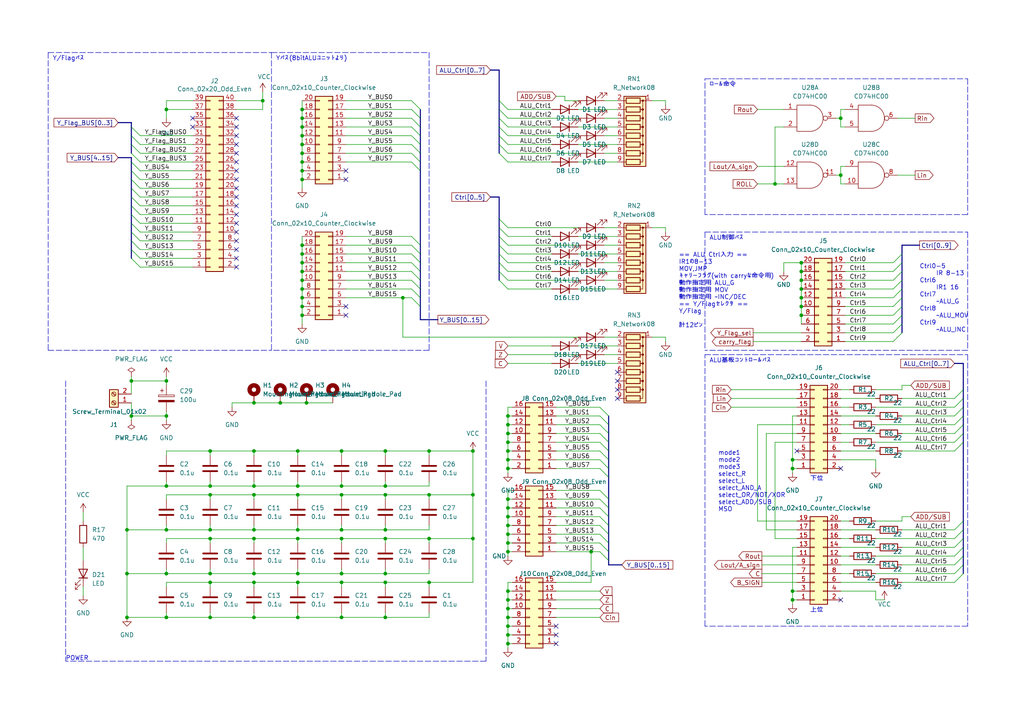
<source format=kicad_sch>
(kicad_sch (version 20211123) (generator eeschema)
  (paper "A4")
  (junction (at 111.76 179.07))
  (junction (at 99.06 166.37))
  (junction (at 87.63 34.29))
  (junction (at 38.1 110.49))
  (junction (at 147.32 128.27))
  (junction (at 232.41 86.36))
  (junction (at 48.26 153.67))
  (junction (at 232.41 81.28))
  (junction (at 60.96 168.91))
  (junction (at 60.96 143.51))
  (junction (at 87.63 52.07))
  (junction (at 147.32 133.35))
  (junction (at 48.26 120.65))
  (junction (at 48.26 31.75))
  (junction (at 48.26 166.37))
  (junction (at 111.76 156.21))
  (junction (at 36.83 153.67))
  (junction (at 60.96 140.97))
  (junction (at 147.32 184.15))
  (junction (at 86.36 179.07))
  (junction (at 73.66 156.21))
  (junction (at 86.36 156.21))
  (junction (at 243.84 34.29))
  (junction (at 147.32 144.78))
  (junction (at 36.83 166.37))
  (junction (at 147.32 154.94))
  (junction (at 147.32 120.65))
  (junction (at 73.66 116.84))
  (junction (at 147.32 171.45))
  (junction (at 81.28 116.84))
  (junction (at 124.46 130.81))
  (junction (at 87.63 44.45))
  (junction (at 147.32 186.69))
  (junction (at 147.32 179.07))
  (junction (at 99.06 179.07))
  (junction (at 87.63 41.91))
  (junction (at 229.87 133.35))
  (junction (at 88.9 116.84))
  (junction (at 229.87 173.99))
  (junction (at 111.76 130.81))
  (junction (at 243.84 50.8))
  (junction (at 86.36 168.91))
  (junction (at 147.32 160.02))
  (junction (at 48.26 179.07))
  (junction (at 147.32 123.19))
  (junction (at 99.06 140.97))
  (junction (at 232.41 83.82))
  (junction (at 87.63 78.74))
  (junction (at 111.76 166.37))
  (junction (at 73.66 153.67))
  (junction (at 87.63 91.44))
  (junction (at 229.87 135.89))
  (junction (at 60.96 156.21))
  (junction (at 147.32 173.99))
  (junction (at 36.83 179.07))
  (junction (at 87.63 46.99))
  (junction (at 60.96 179.07))
  (junction (at 86.36 166.37))
  (junction (at 87.63 83.82))
  (junction (at 229.87 171.45))
  (junction (at 73.66 179.07))
  (junction (at 99.06 130.81))
  (junction (at 87.63 76.2))
  (junction (at 86.36 143.51))
  (junction (at 224.79 53.34))
  (junction (at 87.63 49.53))
  (junction (at 171.45 160.02))
  (junction (at 99.06 153.67))
  (junction (at 73.66 143.51))
  (junction (at 76.2 29.21))
  (junction (at 147.32 135.89))
  (junction (at 147.32 157.48))
  (junction (at 124.46 168.91))
  (junction (at 73.66 166.37))
  (junction (at 232.41 88.9))
  (junction (at 147.32 125.73))
  (junction (at 111.76 140.97))
  (junction (at 111.76 168.91))
  (junction (at 137.16 130.81))
  (junction (at 60.96 166.37))
  (junction (at 73.66 140.97))
  (junction (at 87.63 39.37))
  (junction (at 86.36 153.67))
  (junction (at 38.1 120.65))
  (junction (at 147.32 149.86))
  (junction (at 147.32 181.61))
  (junction (at 99.06 156.21))
  (junction (at 87.63 88.9))
  (junction (at 147.32 147.32))
  (junction (at 137.16 143.51))
  (junction (at 86.36 140.97))
  (junction (at 116.84 86.36))
  (junction (at 48.26 140.97))
  (junction (at 124.46 156.21))
  (junction (at 124.46 143.51))
  (junction (at 99.06 143.51))
  (junction (at 137.16 156.21))
  (junction (at 87.63 71.12))
  (junction (at 86.36 130.81))
  (junction (at 87.63 36.83))
  (junction (at 73.66 168.91))
  (junction (at 232.41 76.2))
  (junction (at 60.96 130.81))
  (junction (at 147.32 152.4))
  (junction (at 147.32 130.81))
  (junction (at 232.41 78.74))
  (junction (at 87.63 31.75))
  (junction (at 60.96 153.67))
  (junction (at 111.76 143.51))
  (junction (at 147.32 176.53))
  (junction (at 87.63 81.28))
  (junction (at 111.76 153.67))
  (junction (at 87.63 73.66))
  (junction (at 48.26 110.49))
  (junction (at 232.41 91.44))
  (junction (at 99.06 168.91))
  (junction (at 73.66 130.81))
  (junction (at 87.63 86.36))
  (no_connect (at 161.29 186.69))
  (no_connect (at 161.29 184.15))
  (no_connect (at 161.29 181.61))
  (no_connect (at 179.07 115.57))
  (no_connect (at 179.07 113.03))
  (no_connect (at 68.58 54.61))
  (no_connect (at 68.58 67.31))
  (no_connect (at 100.33 49.53))
  (no_connect (at 68.58 62.23))
  (no_connect (at 68.58 77.47))
  (no_connect (at 68.58 41.91))
  (no_connect (at 100.33 91.44))
  (no_connect (at 68.58 44.45))
  (no_connect (at 179.07 107.95))
  (no_connect (at 68.58 39.37))
  (no_connect (at 68.58 57.15))
  (no_connect (at 68.58 49.53))
  (no_connect (at 68.58 36.83))
  (no_connect (at 100.33 88.9))
  (no_connect (at 68.58 72.39))
  (no_connect (at 243.84 135.89))
  (no_connect (at 68.58 64.77))
  (no_connect (at 68.58 59.69))
  (no_connect (at 179.07 110.49))
  (no_connect (at 68.58 74.93))
  (no_connect (at 55.88 36.83))
  (no_connect (at 100.33 52.07))
  (no_connect (at 68.58 46.99))
  (no_connect (at 68.58 34.29))
  (no_connect (at 243.84 173.99))
  (no_connect (at 68.58 69.85))
  (no_connect (at 68.58 52.07))
  (no_connect (at 231.14 130.81))
  (no_connect (at 55.88 34.29))
  (bus_entry (at 38.1 64.77) (size 2.54 2.54))
  (bus_entry (at 144.78 41.91) (size 2.54 2.54))
  (bus_entry (at 119.38 76.2) (size 2.54 2.54))
  (bus_entry (at 144.78 34.29) (size 2.54 2.54))
  (bus_entry (at 38.1 46.99) (size 2.54 2.54))
  (bus_entry (at 119.38 68.58) (size 2.54 2.54))
  (bus_entry (at 38.1 39.37) (size 2.54 2.54))
  (bus_entry (at 276.86 163.83) (size 2.54 -2.54))
  (bus_entry (at 38.1 44.45) (size 2.54 2.54))
  (bus_entry (at 144.78 71.12) (size 2.54 2.54))
  (bus_entry (at 144.78 68.58) (size 2.54 2.54))
  (bus_entry (at 144.78 76.2) (size 2.54 2.54))
  (bus_entry (at 144.78 73.66) (size 2.54 2.54))
  (bus_entry (at 144.78 63.5) (size 2.54 2.54))
  (bus_entry (at 144.78 66.04) (size 2.54 2.54))
  (bus_entry (at 119.38 41.91) (size 2.54 2.54))
  (bus_entry (at 119.38 44.45) (size 2.54 2.54))
  (bus_entry (at 119.38 46.99) (size 2.54 2.54))
  (bus_entry (at 119.38 39.37) (size 2.54 2.54))
  (bus_entry (at 119.38 29.21) (size 2.54 2.54))
  (bus_entry (at 119.38 31.75) (size 2.54 2.54))
  (bus_entry (at 119.38 34.29) (size 2.54 2.54))
  (bus_entry (at 119.38 36.83) (size 2.54 2.54))
  (bus_entry (at 38.1 62.23) (size 2.54 2.54))
  (bus_entry (at 38.1 49.53) (size 2.54 2.54))
  (bus_entry (at 38.1 36.83) (size 2.54 2.54))
  (bus_entry (at 119.38 78.74) (size 2.54 2.54))
  (bus_entry (at 144.78 81.28) (size 2.54 2.54))
  (bus_entry (at 259.08 86.36) (size 2.54 -2.54))
  (bus_entry (at 259.08 88.9) (size 2.54 -2.54))
  (bus_entry (at 259.08 81.28) (size 2.54 -2.54))
  (bus_entry (at 259.08 83.82) (size 2.54 -2.54))
  (bus_entry (at 259.08 76.2) (size 2.54 -2.54))
  (bus_entry (at 259.08 78.74) (size 2.54 -2.54))
  (bus_entry (at 276.86 156.21) (size 2.54 -2.54))
  (bus_entry (at 173.99 147.32) (size 2.54 2.54))
  (bus_entry (at 173.99 152.4) (size 2.54 2.54))
  (bus_entry (at 173.99 154.94) (size 2.54 2.54))
  (bus_entry (at 173.99 160.02) (size 2.54 2.54))
  (bus_entry (at 173.99 144.78) (size 2.54 2.54))
  (bus_entry (at 173.99 157.48) (size 2.54 2.54))
  (bus_entry (at 173.99 149.86) (size 2.54 2.54))
  (bus_entry (at 173.99 135.89) (size 2.54 2.54))
  (bus_entry (at 173.99 130.81) (size 2.54 2.54))
  (bus_entry (at 173.99 133.35) (size 2.54 2.54))
  (bus_entry (at 173.99 142.24) (size 2.54 2.54))
  (bus_entry (at 38.1 69.85) (size 2.54 2.54))
  (bus_entry (at 119.38 86.36) (size 2.54 2.54))
  (bus_entry (at 144.78 36.83) (size 2.54 2.54))
  (bus_entry (at 38.1 67.31) (size 2.54 2.54))
  (bus_entry (at 119.38 73.66) (size 2.54 2.54))
  (bus_entry (at 276.86 125.73) (size 2.54 -2.54))
  (bus_entry (at 276.86 128.27) (size 2.54 -2.54))
  (bus_entry (at 276.86 130.81) (size 2.54 -2.54))
  (bus_entry (at 276.86 115.57) (size 2.54 -2.54))
  (bus_entry (at 276.86 118.11) (size 2.54 -2.54))
  (bus_entry (at 276.86 120.65) (size 2.54 -2.54))
  (bus_entry (at 276.86 123.19) (size 2.54 -2.54))
  (bus_entry (at 144.78 78.74) (size 2.54 2.54))
  (bus_entry (at 119.38 71.12) (size 2.54 2.54))
  (bus_entry (at 38.1 74.93) (size 2.54 2.54))
  (bus_entry (at 144.78 31.75) (size 2.54 2.54))
  (bus_entry (at 259.08 91.44) (size 2.54 -2.54))
  (bus_entry (at 259.08 93.98) (size 2.54 -2.54))
  (bus_entry (at 259.08 96.52) (size 2.54 -2.54))
  (bus_entry (at 259.08 99.06) (size 2.54 -2.54))
  (bus_entry (at 276.86 168.91) (size 2.54 -2.54))
  (bus_entry (at 38.1 52.07) (size 2.54 2.54))
  (bus_entry (at 38.1 72.39) (size 2.54 2.54))
  (bus_entry (at 276.86 161.29) (size 2.54 -2.54))
  (bus_entry (at 38.1 57.15) (size 2.54 2.54))
  (bus_entry (at 276.86 153.67) (size 2.54 -2.54))
  (bus_entry (at 119.38 81.28) (size 2.54 2.54))
  (bus_entry (at 144.78 39.37) (size 2.54 2.54))
  (bus_entry (at 38.1 59.69) (size 2.54 2.54))
  (bus_entry (at 276.86 158.75) (size 2.54 -2.54))
  (bus_entry (at 144.78 44.45) (size 2.54 2.54))
  (bus_entry (at 173.99 123.19) (size 2.54 2.54))
  (bus_entry (at 173.99 120.65) (size 2.54 2.54))
  (bus_entry (at 173.99 118.11) (size 2.54 2.54))
  (bus_entry (at 173.99 125.73) (size 2.54 2.54))
  (bus_entry (at 173.99 128.27) (size 2.54 2.54))
  (bus_entry (at 38.1 41.91) (size 2.54 2.54))
  (bus_entry (at 119.38 83.82) (size 2.54 2.54))
  (bus_entry (at 38.1 54.61) (size 2.54 2.54))
  (bus_entry (at 144.78 29.21) (size 2.54 2.54))
  (bus_entry (at 276.86 166.37) (size 2.54 -2.54))
  (polyline (pts (xy 204.47 22.86) (xy 280.67 22.86)))
  (wire (pts (xy 76.2 26.67) (xy 76.2 29.21)))
  (wire (pts (xy 167.64 78.74) (xy 179.07 78.74)))
  (wire (pts (xy 124.46 139.7) (xy 124.46 140.97)))
  (wire (pts (xy 116.84 86.36) (xy 116.84 97.79)))
  (wire (pts (xy 137.16 143.51) (xy 137.16 156.21)))
  (wire (pts (xy 73.66 139.7) (xy 73.66 140.97)))
  (wire (pts (xy 175.26 44.45) (xy 179.07 44.45)))
  (wire (pts (xy 99.06 179.07) (xy 111.76 179.07)))
  (bus (pts (xy 38.1 35.56) (xy 38.1 36.83)))
  (wire (pts (xy 86.36 152.4) (xy 86.36 153.67)))
  (wire (pts (xy 147.32 176.53) (xy 148.59 176.53)))
  (polyline (pts (xy 13.97 15.24) (xy 13.97 101.6)))
  (wire (pts (xy 86.36 153.67) (xy 99.06 153.67)))
  (bus (pts (xy 38.1 41.91) (xy 38.1 44.45)))
  (wire (pts (xy 161.29 135.89) (xy 173.99 135.89)))
  (bus (pts (xy 176.53 120.65) (xy 176.53 123.19)))
  (wire (pts (xy 243.84 133.35) (xy 254 133.35)))
  (wire (pts (xy 99.06 156.21) (xy 99.06 157.48)))
  (bus (pts (xy 279.4 151.13) (xy 279.4 153.67)))
  (wire (pts (xy 86.36 140.97) (xy 99.06 140.97)))
  (bus (pts (xy 261.62 81.28) (xy 261.62 78.74)))
  (bus (pts (xy 279.4 163.83) (xy 279.4 166.37)))
  (wire (pts (xy 87.63 81.28) (xy 87.63 83.82)))
  (polyline (pts (xy 78.74 15.24) (xy 124.46 15.24)))
  (wire (pts (xy 55.88 54.61) (xy 40.64 54.61)))
  (wire (pts (xy 229.87 158.75) (xy 229.87 171.45)))
  (wire (pts (xy 147.32 128.27) (xy 147.32 130.81)))
  (wire (pts (xy 48.26 170.18) (xy 48.26 168.91)))
  (bus (pts (xy 279.4 105.41) (xy 279.4 113.03)))
  (bus (pts (xy 176.53 135.89) (xy 176.53 138.43)))
  (wire (pts (xy 48.26 144.78) (xy 48.26 143.51)))
  (wire (pts (xy 38.1 121.92) (xy 38.1 120.65)))
  (wire (pts (xy 229.87 173.99) (xy 229.87 175.26)))
  (wire (pts (xy 99.06 168.91) (xy 99.06 170.18)))
  (wire (pts (xy 232.41 76.2) (xy 227.33 76.2)))
  (wire (pts (xy 147.32 46.99) (xy 160.02 46.99)))
  (wire (pts (xy 73.66 130.81) (xy 86.36 130.81)))
  (wire (pts (xy 232.41 81.28) (xy 232.41 83.82)))
  (bus (pts (xy 142.24 20.32) (xy 144.78 20.32)))
  (bus (pts (xy 279.4 153.67) (xy 279.4 156.21)))
  (wire (pts (xy 243.84 166.37) (xy 246.38 166.37)))
  (bus (pts (xy 144.78 66.04) (xy 144.78 68.58)))
  (wire (pts (xy 175.26 66.04) (xy 179.07 66.04)))
  (wire (pts (xy 100.33 83.82) (xy 119.38 83.82)))
  (wire (pts (xy 175.26 71.12) (xy 179.07 71.12)))
  (wire (pts (xy 232.41 78.74) (xy 232.41 81.28)))
  (wire (pts (xy 147.32 125.73) (xy 148.59 125.73)))
  (wire (pts (xy 100.33 34.29) (xy 119.38 34.29)))
  (wire (pts (xy 60.96 165.1) (xy 60.96 166.37)))
  (wire (pts (xy 243.84 168.91) (xy 254 168.91)))
  (wire (pts (xy 87.63 68.58) (xy 87.63 71.12)))
  (wire (pts (xy 224.79 128.27) (xy 224.79 156.21)))
  (wire (pts (xy 189.23 66.04) (xy 193.04 66.04)))
  (wire (pts (xy 48.26 34.29) (xy 48.26 31.75)))
  (bus (pts (xy 176.53 163.83) (xy 180.34 163.83)))
  (wire (pts (xy 175.26 29.21) (xy 179.07 29.21)))
  (wire (pts (xy 147.32 147.32) (xy 148.59 147.32)))
  (bus (pts (xy 144.78 68.58) (xy 144.78 71.12)))
  (wire (pts (xy 229.87 173.99) (xy 231.14 173.99)))
  (wire (pts (xy 245.11 83.82) (xy 259.08 83.82)))
  (wire (pts (xy 48.26 110.49) (xy 38.1 110.49)))
  (wire (pts (xy 232.41 83.82) (xy 232.41 86.36)))
  (wire (pts (xy 137.16 156.21) (xy 137.16 168.91)))
  (wire (pts (xy 243.84 36.83) (xy 245.11 36.83)))
  (wire (pts (xy 87.63 83.82) (xy 87.63 86.36)))
  (wire (pts (xy 147.32 36.83) (xy 160.02 36.83)))
  (wire (pts (xy 147.32 157.48) (xy 148.59 157.48)))
  (wire (pts (xy 243.84 153.67) (xy 254 153.67)))
  (wire (pts (xy 67.31 116.84) (xy 67.31 118.11)))
  (wire (pts (xy 48.26 130.81) (xy 60.96 130.81)))
  (wire (pts (xy 212.09 115.57) (xy 231.14 115.57)))
  (wire (pts (xy 87.63 41.91) (xy 87.63 44.45)))
  (wire (pts (xy 147.32 73.66) (xy 160.02 73.66)))
  (wire (pts (xy 245.11 48.26) (xy 243.84 48.26)))
  (wire (pts (xy 87.63 93.98) (xy 87.63 91.44)))
  (wire (pts (xy 167.64 36.83) (xy 179.07 36.83)))
  (wire (pts (xy 219.71 31.75) (xy 227.33 31.75)))
  (wire (pts (xy 261.62 158.75) (xy 276.86 158.75)))
  (wire (pts (xy 60.96 156.21) (xy 60.96 157.48)))
  (wire (pts (xy 87.63 73.66) (xy 87.63 76.2)))
  (wire (pts (xy 48.26 120.65) (xy 38.1 120.65)))
  (bus (pts (xy 144.78 20.32) (xy 144.78 29.21)))
  (wire (pts (xy 124.46 152.4) (xy 124.46 153.67)))
  (wire (pts (xy 147.32 149.86) (xy 148.59 149.86)))
  (wire (pts (xy 111.76 153.67) (xy 124.46 153.67)))
  (bus (pts (xy 176.53 160.02) (xy 176.53 162.56)))
  (bus (pts (xy 176.53 154.94) (xy 176.53 157.48)))
  (wire (pts (xy 161.29 142.24) (xy 173.99 142.24)))
  (wire (pts (xy 99.06 177.8) (xy 99.06 179.07)))
  (bus (pts (xy 121.92 76.2) (xy 121.92 78.74)))
  (wire (pts (xy 73.66 140.97) (xy 86.36 140.97)))
  (wire (pts (xy 254 161.29) (xy 276.86 161.29)))
  (polyline (pts (xy 140.97 110.49) (xy 140.97 191.77)))
  (wire (pts (xy 60.96 130.81) (xy 73.66 130.81)))
  (wire (pts (xy 232.41 88.9) (xy 232.41 91.44)))
  (bus (pts (xy 176.53 157.48) (xy 176.53 160.02)))
  (bus (pts (xy 176.53 125.73) (xy 176.53 128.27)))
  (wire (pts (xy 147.32 125.73) (xy 147.32 128.27)))
  (wire (pts (xy 245.11 99.06) (xy 259.08 99.06)))
  (wire (pts (xy 243.84 171.45) (xy 254 171.45)))
  (wire (pts (xy 87.63 46.99) (xy 87.63 49.53)))
  (bus (pts (xy 144.78 34.29) (xy 144.78 36.83)))
  (bus (pts (xy 279.4 113.03) (xy 279.4 115.57)))
  (wire (pts (xy 161.29 123.19) (xy 173.99 123.19)))
  (wire (pts (xy 232.41 86.36) (xy 232.41 88.9)))
  (wire (pts (xy 124.46 168.91) (xy 137.16 168.91)))
  (wire (pts (xy 175.26 102.87) (xy 179.07 102.87)))
  (wire (pts (xy 124.46 130.81) (xy 137.16 130.81)))
  (polyline (pts (xy 78.74 15.24) (xy 78.74 101.6)))
  (wire (pts (xy 48.26 132.08) (xy 48.26 130.81)))
  (polyline (pts (xy 280.67 181.61) (xy 204.47 181.61)))
  (bus (pts (xy 144.78 31.75) (xy 144.78 34.29)))
  (wire (pts (xy 87.63 29.21) (xy 87.63 31.75)))
  (wire (pts (xy 116.84 86.36) (xy 119.38 86.36)))
  (wire (pts (xy 48.26 121.92) (xy 48.26 120.65)))
  (bus (pts (xy 261.62 91.44) (xy 261.62 93.98)))
  (wire (pts (xy 220.98 163.83) (xy 231.14 163.83)))
  (wire (pts (xy 161.29 154.94) (xy 173.99 154.94)))
  (bus (pts (xy 121.92 92.71) (xy 127 92.71)))
  (wire (pts (xy 48.26 143.51) (xy 60.96 143.51)))
  (wire (pts (xy 167.64 41.91) (xy 179.07 41.91)))
  (bus (pts (xy 276.86 105.41) (xy 279.4 105.41)))
  (wire (pts (xy 36.83 153.67) (xy 48.26 153.67)))
  (wire (pts (xy 212.09 118.11) (xy 231.14 118.11)))
  (wire (pts (xy 100.33 46.99) (xy 119.38 46.99)))
  (wire (pts (xy 189.23 29.21) (xy 193.04 29.21)))
  (wire (pts (xy 243.84 130.81) (xy 254 130.81)))
  (bus (pts (xy 144.78 73.66) (xy 144.78 76.2)))
  (wire (pts (xy 161.29 176.53) (xy 173.99 176.53)))
  (wire (pts (xy 73.66 116.84) (xy 67.31 116.84)))
  (bus (pts (xy 38.1 69.85) (xy 38.1 72.39)))
  (wire (pts (xy 60.96 177.8) (xy 60.96 179.07)))
  (wire (pts (xy 48.26 153.67) (xy 60.96 153.67)))
  (wire (pts (xy 243.84 128.27) (xy 246.38 128.27)))
  (wire (pts (xy 264.16 149.86) (xy 261.62 149.86)))
  (bus (pts (xy 144.78 36.83) (xy 144.78 39.37)))
  (wire (pts (xy 24.13 148.59) (xy 24.13 151.13)))
  (wire (pts (xy 111.76 179.07) (xy 124.46 179.07)))
  (wire (pts (xy 111.76 156.21) (xy 124.46 156.21)))
  (wire (pts (xy 60.96 168.91) (xy 60.96 170.18)))
  (wire (pts (xy 147.32 184.15) (xy 148.59 184.15)))
  (wire (pts (xy 111.76 143.51) (xy 111.76 144.78)))
  (bus (pts (xy 279.4 158.75) (xy 279.4 161.29)))
  (wire (pts (xy 147.32 160.02) (xy 148.59 160.02)))
  (bus (pts (xy 144.78 63.5) (xy 144.78 66.04)))
  (bus (pts (xy 279.4 123.19) (xy 279.4 125.73)))
  (wire (pts (xy 60.96 152.4) (xy 60.96 153.67)))
  (wire (pts (xy 231.14 158.75) (xy 229.87 158.75)))
  (wire (pts (xy 60.96 143.51) (xy 60.96 144.78)))
  (wire (pts (xy 48.26 31.75) (xy 48.26 29.21)))
  (wire (pts (xy 232.41 76.2) (xy 232.41 78.74)))
  (wire (pts (xy 175.26 76.2) (xy 179.07 76.2)))
  (wire (pts (xy 60.96 143.51) (xy 73.66 143.51)))
  (bus (pts (xy 144.78 71.12) (xy 144.78 73.66)))
  (bus (pts (xy 121.92 78.74) (xy 121.92 81.28)))
  (wire (pts (xy 55.88 74.93) (xy 40.64 74.93)))
  (wire (pts (xy 193.04 66.04) (xy 193.04 67.31)))
  (wire (pts (xy 86.36 165.1) (xy 86.36 166.37)))
  (wire (pts (xy 124.46 130.81) (xy 124.46 132.08)))
  (wire (pts (xy 147.32 173.99) (xy 147.32 176.53)))
  (wire (pts (xy 147.32 181.61) (xy 148.59 181.61)))
  (bus (pts (xy 261.62 86.36) (xy 261.62 83.82)))
  (polyline (pts (xy 280.67 101.6) (xy 204.47 101.6)))
  (wire (pts (xy 161.29 144.78) (xy 173.99 144.78)))
  (wire (pts (xy 161.29 118.11) (xy 173.99 118.11)))
  (wire (pts (xy 111.76 165.1) (xy 111.76 166.37)))
  (wire (pts (xy 73.66 166.37) (xy 86.36 166.37)))
  (wire (pts (xy 245.11 31.75) (xy 243.84 31.75)))
  (wire (pts (xy 147.32 173.99) (xy 148.59 173.99)))
  (bus (pts (xy 176.53 147.32) (xy 176.53 149.86)))
  (wire (pts (xy 60.96 130.81) (xy 60.96 132.08)))
  (wire (pts (xy 147.32 102.87) (xy 167.64 102.87)))
  (bus (pts (xy 121.92 41.91) (xy 121.92 44.45)))
  (wire (pts (xy 147.32 171.45) (xy 147.32 173.99)))
  (wire (pts (xy 147.32 44.45) (xy 167.64 44.45)))
  (wire (pts (xy 147.32 123.19) (xy 148.59 123.19)))
  (wire (pts (xy 87.63 76.2) (xy 87.63 78.74)))
  (wire (pts (xy 219.71 123.19) (xy 231.14 123.19)))
  (wire (pts (xy 100.33 29.21) (xy 119.38 29.21)))
  (bus (pts (xy 121.92 71.12) (xy 121.92 73.66)))
  (wire (pts (xy 99.06 143.51) (xy 111.76 143.51)))
  (wire (pts (xy 147.32 118.11) (xy 148.59 118.11)))
  (wire (pts (xy 48.26 179.07) (xy 60.96 179.07)))
  (wire (pts (xy 261.62 125.73) (xy 276.86 125.73)))
  (wire (pts (xy 224.79 53.34) (xy 219.71 53.34)))
  (wire (pts (xy 147.32 171.45) (xy 148.59 171.45)))
  (bus (pts (xy 176.53 152.4) (xy 176.53 154.94)))
  (wire (pts (xy 260.35 50.8) (xy 265.43 50.8)))
  (wire (pts (xy 111.76 143.51) (xy 124.46 143.51)))
  (wire (pts (xy 243.84 34.29) (xy 243.84 36.83)))
  (bus (pts (xy 261.62 78.74) (xy 261.62 76.2)))
  (wire (pts (xy 243.84 151.13) (xy 246.38 151.13)))
  (wire (pts (xy 111.76 130.81) (xy 124.46 130.81)))
  (bus (pts (xy 38.1 59.69) (xy 38.1 62.23)))
  (wire (pts (xy 264.16 111.76) (xy 261.62 111.76)))
  (wire (pts (xy 243.84 125.73) (xy 254 125.73)))
  (wire (pts (xy 86.36 168.91) (xy 99.06 168.91)))
  (bus (pts (xy 38.1 64.77) (xy 38.1 67.31)))
  (polyline (pts (xy 204.47 67.31) (xy 204.47 101.6)))
  (polyline (pts (xy 204.47 62.23) (xy 204.47 22.86)))
  (wire (pts (xy 99.06 156.21) (xy 111.76 156.21)))
  (wire (pts (xy 245.11 78.74) (xy 259.08 78.74)))
  (wire (pts (xy 167.64 73.66) (xy 179.07 73.66)))
  (wire (pts (xy 99.06 130.81) (xy 99.06 132.08)))
  (wire (pts (xy 167.64 68.58) (xy 179.07 68.58)))
  (wire (pts (xy 147.32 135.89) (xy 147.32 137.16)))
  (wire (pts (xy 229.87 135.89) (xy 231.14 135.89)))
  (wire (pts (xy 86.36 139.7) (xy 86.36 140.97)))
  (wire (pts (xy 261.62 120.65) (xy 276.86 120.65)))
  (bus (pts (xy 144.78 29.21) (xy 144.78 31.75)))
  (bus (pts (xy 279.4 156.21) (xy 279.4 158.75)))
  (wire (pts (xy 175.26 34.29) (xy 179.07 34.29)))
  (wire (pts (xy 224.79 53.34) (xy 227.33 53.34)))
  (wire (pts (xy 231.14 120.65) (xy 229.87 120.65)))
  (bus (pts (xy 176.53 123.19) (xy 176.53 125.73)))
  (wire (pts (xy 100.33 73.66) (xy 119.38 73.66)))
  (bus (pts (xy 38.1 72.39) (xy 38.1 74.93)))
  (wire (pts (xy 243.84 113.03) (xy 246.38 113.03)))
  (wire (pts (xy 36.83 153.67) (xy 36.83 166.37)))
  (wire (pts (xy 147.32 179.07) (xy 147.32 181.61)))
  (wire (pts (xy 254 123.19) (xy 276.86 123.19)))
  (wire (pts (xy 243.84 53.34) (xy 245.11 53.34)))
  (wire (pts (xy 245.11 81.28) (xy 259.08 81.28)))
  (wire (pts (xy 147.32 83.82) (xy 160.02 83.82)))
  (wire (pts (xy 99.06 140.97) (xy 111.76 140.97)))
  (wire (pts (xy 161.29 160.02) (xy 171.45 160.02)))
  (wire (pts (xy 167.64 105.41) (xy 179.07 105.41)))
  (wire (pts (xy 100.33 41.91) (xy 119.38 41.91)))
  (wire (pts (xy 167.64 46.99) (xy 179.07 46.99)))
  (wire (pts (xy 231.14 151.13) (xy 219.71 151.13)))
  (wire (pts (xy 60.96 139.7) (xy 60.96 140.97)))
  (wire (pts (xy 86.36 156.21) (xy 99.06 156.21)))
  (wire (pts (xy 111.76 152.4) (xy 111.76 153.67)))
  (wire (pts (xy 147.32 130.81) (xy 148.59 130.81)))
  (wire (pts (xy 99.06 152.4) (xy 99.06 153.67)))
  (wire (pts (xy 175.26 39.37) (xy 179.07 39.37)))
  (wire (pts (xy 48.26 140.97) (xy 36.83 140.97)))
  (wire (pts (xy 55.88 57.15) (xy 40.64 57.15)))
  (wire (pts (xy 227.33 76.2) (xy 227.33 78.74)))
  (wire (pts (xy 161.29 133.35) (xy 173.99 133.35)))
  (polyline (pts (xy 204.47 67.31) (xy 280.67 67.31)))
  (wire (pts (xy 147.32 152.4) (xy 148.59 152.4)))
  (wire (pts (xy 137.16 130.81) (xy 137.16 143.51)))
  (wire (pts (xy 73.66 143.51) (xy 86.36 143.51)))
  (wire (pts (xy 99.06 168.91) (xy 111.76 168.91)))
  (wire (pts (xy 261.62 163.83) (xy 276.86 163.83)))
  (wire (pts (xy 100.33 68.58) (xy 119.38 68.58)))
  (wire (pts (xy 245.11 93.98) (xy 259.08 93.98)))
  (wire (pts (xy 36.83 179.07) (xy 48.26 179.07)))
  (wire (pts (xy 231.14 128.27) (xy 224.79 128.27)))
  (wire (pts (xy 222.25 125.73) (xy 231.14 125.73)))
  (wire (pts (xy 147.32 186.69) (xy 148.59 186.69)))
  (wire (pts (xy 161.29 171.45) (xy 173.99 171.45)))
  (wire (pts (xy 229.87 171.45) (xy 229.87 173.99)))
  (wire (pts (xy 229.87 133.35) (xy 231.14 133.35)))
  (wire (pts (xy 124.46 156.21) (xy 124.46 157.48)))
  (wire (pts (xy 55.88 39.37) (xy 40.64 39.37)))
  (wire (pts (xy 100.33 78.74) (xy 119.38 78.74)))
  (bus (pts (xy 261.62 88.9) (xy 261.62 91.44)))
  (wire (pts (xy 73.66 156.21) (xy 86.36 156.21)))
  (wire (pts (xy 100.33 71.12) (xy 119.38 71.12)))
  (wire (pts (xy 100.33 44.45) (xy 119.38 44.45)))
  (bus (pts (xy 38.1 62.23) (xy 38.1 64.77)))
  (wire (pts (xy 229.87 133.35) (xy 229.87 135.89)))
  (wire (pts (xy 55.88 46.99) (xy 40.64 46.99)))
  (bus (pts (xy 144.78 41.91) (xy 144.78 44.45)))
  (wire (pts (xy 68.58 31.75) (xy 76.2 31.75)))
  (bus (pts (xy 261.62 76.2) (xy 261.62 73.66)))
  (wire (pts (xy 220.98 161.29) (xy 231.14 161.29)))
  (wire (pts (xy 48.26 165.1) (xy 48.26 166.37)))
  (bus (pts (xy 38.1 45.72) (xy 38.1 46.99)))
  (wire (pts (xy 55.88 69.85) (xy 40.64 69.85)))
  (wire (pts (xy 254 151.13) (xy 261.62 151.13)))
  (wire (pts (xy 55.88 62.23) (xy 40.64 62.23)))
  (bus (pts (xy 121.92 73.66) (xy 121.92 76.2)))
  (wire (pts (xy 124.46 143.51) (xy 124.46 144.78)))
  (wire (pts (xy 99.06 139.7) (xy 99.06 140.97)))
  (wire (pts (xy 38.1 109.22) (xy 38.1 110.49)))
  (wire (pts (xy 99.06 143.51) (xy 99.06 144.78)))
  (bus (pts (xy 144.78 57.15) (xy 144.78 63.5)))
  (wire (pts (xy 86.36 143.51) (xy 99.06 143.51)))
  (wire (pts (xy 147.32 133.35) (xy 148.59 133.35)))
  (wire (pts (xy 254 166.37) (xy 276.86 166.37)))
  (wire (pts (xy 87.63 71.12) (xy 87.63 73.66)))
  (wire (pts (xy 193.04 29.21) (xy 193.04 30.48)))
  (wire (pts (xy 68.58 29.21) (xy 76.2 29.21)))
  (wire (pts (xy 100.33 31.75) (xy 119.38 31.75)))
  (wire (pts (xy 87.63 34.29) (xy 87.63 36.83)))
  (wire (pts (xy 147.32 133.35) (xy 147.32 135.89)))
  (wire (pts (xy 243.84 156.21) (xy 246.38 156.21)))
  (wire (pts (xy 36.83 166.37) (xy 36.83 179.07)))
  (polyline (pts (xy 204.47 102.87) (xy 280.67 102.87)))
  (wire (pts (xy 161.29 120.65) (xy 173.99 120.65)))
  (wire (pts (xy 48.26 177.8) (xy 48.26 179.07)))
  (wire (pts (xy 227.33 36.83) (xy 224.79 36.83)))
  (polyline (pts (xy 280.67 22.86) (xy 280.67 62.23)))
  (wire (pts (xy 224.79 156.21) (xy 231.14 156.21)))
  (wire (pts (xy 147.32 152.4) (xy 147.32 154.94)))
  (wire (pts (xy 161.29 147.32) (xy 173.99 147.32)))
  (bus (pts (xy 38.1 54.61) (xy 38.1 57.15)))
  (wire (pts (xy 147.32 39.37) (xy 167.64 39.37)))
  (bus (pts (xy 176.53 144.78) (xy 176.53 147.32)))
  (wire (pts (xy 87.63 54.61) (xy 87.63 52.07)))
  (wire (pts (xy 111.76 139.7) (xy 111.76 140.97)))
  (wire (pts (xy 147.32 149.86) (xy 147.32 152.4)))
  (wire (pts (xy 111.76 168.91) (xy 124.46 168.91)))
  (wire (pts (xy 243.84 161.29) (xy 246.38 161.29)))
  (wire (pts (xy 254 156.21) (xy 276.86 156.21)))
  (wire (pts (xy 24.13 158.75) (xy 24.13 162.56)))
  (bus (pts (xy 121.92 31.75) (xy 121.92 34.29)))
  (wire (pts (xy 193.04 97.79) (xy 193.04 99.06)))
  (wire (pts (xy 147.32 160.02) (xy 147.32 161.29)))
  (wire (pts (xy 147.32 186.69) (xy 147.32 187.96)))
  (wire (pts (xy 147.32 120.65) (xy 147.32 123.19)))
  (bus (pts (xy 279.4 118.11) (xy 279.4 120.65)))
  (wire (pts (xy 99.06 130.81) (xy 111.76 130.81)))
  (wire (pts (xy 245.11 76.2) (xy 259.08 76.2)))
  (bus (pts (xy 142.24 57.15) (xy 144.78 57.15)))
  (wire (pts (xy 48.26 119.38) (xy 48.26 120.65)))
  (wire (pts (xy 175.26 97.79) (xy 179.07 97.79)))
  (wire (pts (xy 147.32 157.48) (xy 147.32 160.02)))
  (wire (pts (xy 73.66 168.91) (xy 73.66 170.18)))
  (bus (pts (xy 38.1 52.07) (xy 38.1 54.61)))
  (wire (pts (xy 229.87 120.65) (xy 229.87 133.35)))
  (bus (pts (xy 38.1 46.99) (xy 38.1 49.53)))
  (polyline (pts (xy 280.67 62.23) (xy 204.47 62.23)))
  (wire (pts (xy 161.29 173.99) (xy 173.99 173.99)))
  (wire (pts (xy 147.32 78.74) (xy 160.02 78.74)))
  (wire (pts (xy 48.26 140.97) (xy 60.96 140.97)))
  (wire (pts (xy 24.13 170.18) (xy 24.13 172.72)))
  (wire (pts (xy 60.96 166.37) (xy 73.66 166.37)))
  (wire (pts (xy 243.84 118.11) (xy 246.38 118.11)))
  (wire (pts (xy 147.32 31.75) (xy 160.02 31.75)))
  (wire (pts (xy 73.66 152.4) (xy 73.66 153.67)))
  (wire (pts (xy 60.96 179.07) (xy 73.66 179.07)))
  (wire (pts (xy 261.62 115.57) (xy 276.86 115.57)))
  (wire (pts (xy 111.76 156.21) (xy 111.76 157.48)))
  (bus (pts (xy 176.53 162.56) (xy 176.53 163.83)))
  (wire (pts (xy 147.32 147.32) (xy 147.32 149.86)))
  (bus (pts (xy 121.92 39.37) (xy 121.92 41.91)))
  (wire (pts (xy 229.87 135.89) (xy 229.87 137.16)))
  (wire (pts (xy 111.76 140.97) (xy 124.46 140.97)))
  (wire (pts (xy 147.32 179.07) (xy 148.59 179.07)))
  (wire (pts (xy 86.36 130.81) (xy 99.06 130.81)))
  (polyline (pts (xy 204.47 181.61) (xy 204.47 102.87)))
  (wire (pts (xy 147.32 71.12) (xy 167.64 71.12)))
  (wire (pts (xy 147.32 154.94) (xy 147.32 157.48)))
  (wire (pts (xy 38.1 120.65) (xy 38.1 116.84)))
  (wire (pts (xy 161.29 168.91) (xy 171.45 168.91)))
  (wire (pts (xy 220.98 168.91) (xy 231.14 168.91)))
  (wire (pts (xy 161.29 128.27) (xy 173.99 128.27)))
  (wire (pts (xy 254 173.99) (xy 256.54 173.99)))
  (wire (pts (xy 73.66 143.51) (xy 73.66 144.78)))
  (wire (pts (xy 260.35 34.29) (xy 265.43 34.29)))
  (wire (pts (xy 147.32 34.29) (xy 167.64 34.29)))
  (wire (pts (xy 147.32 81.28) (xy 167.64 81.28)))
  (wire (pts (xy 147.32 120.65) (xy 148.59 120.65)))
  (wire (pts (xy 232.41 91.44) (xy 232.41 93.98)))
  (wire (pts (xy 147.32 168.91) (xy 148.59 168.91)))
  (wire (pts (xy 245.11 91.44) (xy 259.08 91.44)))
  (bus (pts (xy 261.62 71.12) (xy 266.7 71.12)))
  (wire (pts (xy 147.32 176.53) (xy 147.32 179.07)))
  (wire (pts (xy 87.63 86.36) (xy 87.63 88.9)))
  (wire (pts (xy 48.26 110.49) (xy 48.26 111.76)))
  (wire (pts (xy 254 133.35) (xy 254 135.89)))
  (wire (pts (xy 243.84 31.75) (xy 243.84 34.29)))
  (bus (pts (xy 261.62 73.66) (xy 261.62 71.12)))
  (wire (pts (xy 60.96 168.91) (xy 73.66 168.91)))
  (wire (pts (xy 212.09 113.03) (xy 231.14 113.03)))
  (wire (pts (xy 224.79 36.83) (xy 224.79 53.34)))
  (bus (pts (xy 121.92 88.9) (xy 121.92 92.71)))
  (wire (pts (xy 147.32 184.15) (xy 147.32 186.69)))
  (wire (pts (xy 167.64 31.75) (xy 179.07 31.75)))
  (wire (pts (xy 147.32 130.81) (xy 147.32 133.35)))
  (wire (pts (xy 55.88 52.07) (xy 40.64 52.07)))
  (bus (pts (xy 261.62 83.82) (xy 261.62 81.28)))
  (wire (pts (xy 55.88 77.47) (xy 40.64 77.47)))
  (wire (pts (xy 243.84 48.26) (xy 243.84 50.8)))
  (wire (pts (xy 147.32 144.78) (xy 147.32 147.32)))
  (bus (pts (xy 34.29 35.56) (xy 38.1 35.56)))
  (wire (pts (xy 111.76 177.8) (xy 111.76 179.07)))
  (wire (pts (xy 254 113.03) (xy 261.62 113.03)))
  (wire (pts (xy 48.26 157.48) (xy 48.26 156.21)))
  (wire (pts (xy 243.84 123.19) (xy 246.38 123.19)))
  (bus (pts (xy 279.4 161.29) (xy 279.4 163.83)))
  (polyline (pts (xy 124.46 15.24) (xy 124.46 101.6)))
  (wire (pts (xy 147.32 168.91) (xy 147.32 171.45)))
  (wire (pts (xy 254 171.45) (xy 254 173.99)))
  (wire (pts (xy 147.32 142.24) (xy 147.32 144.78)))
  (bus (pts (xy 144.78 76.2) (xy 144.78 78.74)))
  (wire (pts (xy 124.46 165.1) (xy 124.46 166.37)))
  (wire (pts (xy 261.62 111.76) (xy 261.62 113.03)))
  (wire (pts (xy 81.28 116.84) (xy 73.66 116.84)))
  (wire (pts (xy 48.26 109.22) (xy 48.26 110.49)))
  (wire (pts (xy 36.83 140.97) (xy 36.83 153.67)))
  (wire (pts (xy 175.26 81.28) (xy 179.07 81.28)))
  (wire (pts (xy 87.63 91.44) (xy 87.63 88.9)))
  (wire (pts (xy 147.32 118.11) (xy 147.32 120.65)))
  (wire (pts (xy 100.33 81.28) (xy 119.38 81.28)))
  (wire (pts (xy 147.32 76.2) (xy 167.64 76.2)))
  (wire (pts (xy 86.36 156.21) (xy 86.36 157.48)))
  (wire (pts (xy 86.36 179.07) (xy 99.06 179.07)))
  (wire (pts (xy 163.83 27.94) (xy 163.83 29.21)))
  (wire (pts (xy 86.36 166.37) (xy 99.06 166.37)))
  (wire (pts (xy 116.84 97.79) (xy 167.64 97.79)))
  (wire (pts (xy 231.14 153.67) (xy 222.25 153.67)))
  (wire (pts (xy 100.33 39.37) (xy 119.38 39.37)))
  (wire (pts (xy 60.96 153.67) (xy 73.66 153.67)))
  (wire (pts (xy 55.88 59.69) (xy 40.64 59.69)))
  (wire (pts (xy 219.71 151.13) (xy 219.71 123.19)))
  (polyline (pts (xy 280.67 67.31) (xy 280.67 101.6)))
  (wire (pts (xy 124.46 177.8) (xy 124.46 179.07)))
  (wire (pts (xy 48.26 156.21) (xy 60.96 156.21)))
  (wire (pts (xy 147.32 100.33) (xy 160.02 100.33)))
  (wire (pts (xy 147.32 181.61) (xy 147.32 184.15)))
  (bus (pts (xy 121.92 34.29) (xy 121.92 36.83)))
  (bus (pts (xy 38.1 57.15) (xy 38.1 59.69)))
  (bus (pts (xy 121.92 49.53) (xy 121.92 71.12)))
  (wire (pts (xy 171.45 168.91) (xy 171.45 160.02)))
  (bus (pts (xy 279.4 120.65) (xy 279.4 123.19)))
  (wire (pts (xy 243.84 120.65) (xy 254 120.65)))
  (wire (pts (xy 55.88 44.45) (xy 40.64 44.45)))
  (wire (pts (xy 111.76 168.91) (xy 111.76 170.18)))
  (wire (pts (xy 111.76 166.37) (xy 124.46 166.37)))
  (wire (pts (xy 48.26 168.91) (xy 60.96 168.91)))
  (bus (pts (xy 121.92 86.36) (xy 121.92 88.9)))
  (bus (pts (xy 34.29 45.72) (xy 38.1 45.72)))
  (bus (pts (xy 261.62 93.98) (xy 261.62 96.52)))
  (wire (pts (xy 147.32 142.24) (xy 148.59 142.24)))
  (wire (pts (xy 48.26 139.7) (xy 48.26 140.97)))
  (wire (pts (xy 243.84 115.57) (xy 254 115.57)))
  (polyline (pts (xy 140.97 191.77) (xy 19.05 191.77)))
  (wire (pts (xy 161.29 125.73) (xy 173.99 125.73)))
  (bus (pts (xy 279.4 115.57) (xy 279.4 118.11)))
  (bus (pts (xy 38.1 49.53) (xy 38.1 52.07)))
  (bus (pts (xy 121.92 44.45) (xy 121.92 46.99)))
  (wire (pts (xy 124.46 143.51) (xy 137.16 143.51)))
  (wire (pts (xy 189.23 97.79) (xy 193.04 97.79)))
  (bus (pts (xy 121.92 36.83) (xy 121.92 39.37)))
  (wire (pts (xy 86.36 130.81) (xy 86.36 132.08)))
  (wire (pts (xy 48.26 166.37) (xy 60.96 166.37)))
  (wire (pts (xy 55.88 67.31) (xy 40.64 67.31)))
  (wire (pts (xy 167.64 83.82) (xy 179.07 83.82)))
  (bus (pts (xy 279.4 128.27) (xy 279.4 151.13)))
  (wire (pts (xy 87.63 39.37) (xy 87.63 41.91)))
  (bus (pts (xy 38.1 39.37) (xy 38.1 41.91)))
  (bus (pts (xy 176.53 133.35) (xy 176.53 135.89)))
  (wire (pts (xy 87.63 44.45) (xy 87.63 46.99)))
  (bus (pts (xy 176.53 128.27) (xy 176.53 130.81)))
  (wire (pts (xy 100.33 86.36) (xy 116.84 86.36)))
  (wire (pts (xy 76.2 29.21) (xy 76.2 31.75)))
  (wire (pts (xy 55.88 49.53) (xy 40.64 49.53)))
  (wire (pts (xy 243.84 163.83) (xy 254 163.83)))
  (wire (pts (xy 161.29 149.86) (xy 173.99 149.86)))
  (bus (pts (xy 279.4 125.73) (xy 279.4 128.27)))
  (wire (pts (xy 261.62 168.91) (xy 276.86 168.91)))
  (bus (pts (xy 176.53 130.81) (xy 176.53 133.35)))
  (wire (pts (xy 73.66 156.21) (xy 73.66 157.48)))
  (polyline (pts (xy 13.97 101.6) (xy 78.74 101.6)))
  (wire (pts (xy 261.62 153.67) (xy 276.86 153.67)))
  (wire (pts (xy 243.84 158.75) (xy 254 158.75)))
  (wire (pts (xy 147.32 105.41) (xy 160.02 105.41)))
  (wire (pts (xy 73.66 168.91) (xy 86.36 168.91)))
  (wire (pts (xy 161.29 27.94) (xy 163.83 27.94)))
  (wire (pts (xy 86.36 177.8) (xy 86.36 179.07)))
  (wire (pts (xy 73.66 130.81) (xy 73.66 132.08)))
  (wire (pts (xy 147.32 123.19) (xy 147.32 125.73)))
  (wire (pts (xy 48.26 29.21) (xy 55.88 29.21)))
  (wire (pts (xy 55.88 64.77) (xy 40.64 64.77)))
  (wire (pts (xy 73.66 165.1) (xy 73.66 166.37)))
  (polyline (pts (xy 13.97 15.24) (xy 78.74 15.24)))
  (wire (pts (xy 242.57 34.29) (xy 243.84 34.29)))
  (wire (pts (xy 96.52 116.84) (xy 88.9 116.84)))
  (wire (pts (xy 99.06 166.37) (xy 111.76 166.37)))
  (wire (pts (xy 220.98 166.37) (xy 231.14 166.37)))
  (wire (pts (xy 147.32 66.04) (xy 167.64 66.04)))
  (wire (pts (xy 86.36 168.91) (xy 86.36 170.18)))
  (bus (pts (xy 144.78 78.74) (xy 144.78 81.28)))
  (bus (pts (xy 176.53 149.86) (xy 176.53 152.4)))
  (wire (pts (xy 219.71 48.26) (xy 227.33 48.26)))
  (polyline (pts (xy 280.67 102.87) (xy 280.67 181.61)))
  (wire (pts (xy 55.88 72.39) (xy 40.64 72.39)))
  (wire (pts (xy 147.32 128.27) (xy 148.59 128.27)))
  (wire (pts (xy 100.33 76.2) (xy 119.38 76.2)))
  (wire (pts (xy 99.06 153.67) (xy 111.76 153.67)))
  (wire (pts (xy 100.33 36.83) (xy 119.38 36.83)))
  (wire (pts (xy 111.76 130.81) (xy 111.76 132.08)))
  (bus (pts (xy 144.78 39.37) (xy 144.78 41.91)))
  (wire (pts (xy 261.62 149.86) (xy 261.62 151.13)))
  (wire (pts (xy 86.36 143.51) (xy 86.36 144.78)))
  (wire (pts (xy 99.06 165.1) (xy 99.06 166.37)))
  (wire (pts (xy 218.44 99.06) (xy 232.41 99.06)))
  (wire (pts (xy 245.11 88.9) (xy 259.08 88.9)))
  (wire (pts (xy 60.96 140.97) (xy 73.66 140.97)))
  (bus (pts (xy 121.92 83.82) (xy 121.92 86.36)))
  (wire (pts (xy 254 118.11) (xy 276.86 118.11)))
  (wire (pts (xy 147.32 41.91) (xy 160.02 41.91)))
  (wire (pts (xy 88.9 116.84) (xy 81.28 116.84)))
  (wire (pts (xy 87.63 31.75) (xy 87.63 34.29)))
  (wire (pts (xy 124.46 168.91) (xy 124.46 170.18)))
  (wire (pts (xy 87.63 52.07) (xy 87.63 49.53)))
  (wire (pts (xy 261.62 130.81) (xy 276.86 130.81)))
  (wire (pts (xy 218.44 96.52) (xy 232.41 96.52)))
  (bus (pts (xy 261.62 88.9) (xy 261.62 86.36)))
  (polyline (pts (xy 19.05 110.49) (xy 19.05 191.77)))
  (wire (pts (xy 48.26 152.4) (xy 48.26 153.67)))
  (wire (pts (xy 147.32 154.94) (xy 148.59 154.94)))
  (wire (pts (xy 147.32 135.89) (xy 148.59 135.89)))
  (polyline (pts (xy 124.46 101.6) (xy 78.74 101.6)))
  (wire (pts (xy 161.29 152.4) (xy 173.99 152.4)))
  (wire (pts (xy 254 128.27) (xy 276.86 128.27)))
  (wire (pts (xy 243.84 50.8) (xy 243.84 53.34)))
  (wire (pts (xy 161.29 157.48) (xy 173.99 157.48)))
  (wire (pts (xy 161.29 179.07) (xy 173.99 179.07)))
  (bus (pts (xy 38.1 36.83) (xy 38.1 39.37)))
  (wire (pts (xy 242.57 50.8) (xy 243.84 50.8)))
  (wire (pts (xy 229.87 171.45) (xy 231.14 171.45)))
  (wire (pts (xy 73.66 177.8) (xy 73.66 179.07)))
  (wire (pts (xy 171.45 160.02) (xy 173.99 160.02)))
  (wire (pts (xy 147.32 144.78) (xy 148.59 144.78)))
  (wire (pts (xy 167.64 100.33) (xy 179.07 100.33)))
  (bus (pts (xy 176.53 138.43) (xy 176.53 144.78)))
  (wire (pts (xy 245.11 96.52) (xy 259.08 96.52)))
  (wire (pts (xy 73.66 179.07) (xy 86.36 179.07)))
  (wire (pts (xy 163.83 29.21) (xy 167.64 29.21)))
  (wire (pts (xy 245.11 86.36) (xy 259.08 86.36)))
  (bus (pts (xy 38.1 67.31) (xy 38.1 69.85)))
  (wire (pts (xy 38.1 110.49) (xy 38.1 114.3)))
  (wire (pts (xy 55.88 41.91) (xy 40.64 41.91)))
  (wire (pts (xy 36.83 166.37) (xy 48.26 166.37)))
  (wire (pts (xy 161.29 130.81) (xy 173.99 130.81)))
  (wire (pts (xy 87.63 36.83) (xy 87.63 39.37)))
  (wire (pts (xy 124.46 156.21) (xy 137.16 156.21)))
  (bus (pts (xy 121.92 81.28) (xy 121.92 83.82)))
  (wire (pts (xy 87.63 78.74) (xy 87.63 81.28)))
  (wire (pts (xy 222.25 153.67) (xy 222.25 125.73)))
  (wire (pts (xy 60.96 156.21) (xy 73.66 156.21)))
  (bus (pts (xy 121.92 46.99) (xy 121.92 49.53)))
  (wire (pts (xy 147.32 68.58) (xy 160.02 68.58)))
  (wire (pts (xy 48.26 31.75) (xy 55.88 31.75)))
  (wire (pts (xy 73.66 153.67) (xy 86.36 153.67)))
  (text "Ctrl0-5\n	IR 8-13\nCtrl6\n	IR1 16\nCtrl7\n	~ALU_G\nCtrl8\n	~ALU_MOV\nCtrl9\n	~ALU_INC" (at 266.7 96.52 0) (effects (font (size 1.27 1.27)) (justify left bottom)))
  (text "上位" (at 234.95 177.8 0) (effects (font (size 1.27 1.27)) (justify left bottom)))
  (text "ALU制御バス" (at 205.74 69.85 0) (effects (font (size 1.27 1.27)) (justify left bottom)))
  (text "Yバス(8bitALUユニットより)" (at 80.01 17.78 0) (effects (font (size 1.27 1.27)) (justify left bottom)))
  (text "ロール命令" (at 205.6576 25.3611 0) (effects (font (size 1.27 1.27)) (justify left bottom)))
  (text "POWER" (at 19.05 191.77 0) (effects (font (size 1.27 1.27)) (justify left bottom)))
  (text "Y/Flagバス" (at 15.24 17.78 0) (effects (font (size 1.27 1.27)) (justify left bottom)))
  (text "== ALU Ctrl入力 ==\nIR1の8-13\nMOV,JMP\nキャリーフラグ(with carryな命令用)\n動作指定用 ALU_G\n動作指定用 MOV\n動作指定用 ~INC/DEC\n== Y/Flagセレクタ ==\nY/Flag\n\n計12ピン" (at 196.85 95.25 0) (effects (font (size 1.27 1.27)) (justify left bottom)))
  (text "mode1\nmode2\nmode3\nselect_R\nselect_L\nselect_AND_A\nselect_OR/NOT/XOR\nselect_ADD/SUB\nMSO" (at 208.28 148.59 0) (effects (font (size 1.27 1.27)) (justify left bottom)))
  (text "ALU基板コントロールバス" (at 205.74 105.41 0) (effects (font (size 1.27 1.27)) (justify left bottom)))
  (text "下位" (at 234.95 139.7 0) (effects (font (size 1.27 1.27)) (justify left bottom)))
  (label "Y_BUS2" (at 106.68 34.29 0))
  (label "Ctrl5" (at 160.02 78.74 180))
  (label "ALU_Ctrl2" (at 265.43 118.11 0))
  (label "Y_BUS14" (at 163.83 157.48 0))
  (label "Y_Flag_BUS0" (at 41.91 39.37 0))
  (label "Y_BUS12" (at 163.83 152.4 0))
  (label "Y_BUS4" (at 106.68 39.37 0))
  (label "Y_BUS5" (at 41.91 52.07 0))
  (label "Y_BUS11" (at 106.68 76.2 0))
  (label "Ctrl0" (at 246.38 76.2 0))
  (label "Y_BUS4" (at 41.91 49.53 0))
  (label "ALU_Ctrl4" (at 265.43 161.29 0))
  (label "ALU_Ctrl3" (at 160.02 36.83 180))
  (label "Ctrl9" (at 246.38 99.06 0))
  (label "Y_BUS9" (at 41.91 62.23 0))
  (label "Ctrl2" (at 160.02 71.12 180))
  (label "Y_BUS1" (at 163.83 120.65 0))
  (label "ALU_Ctrl2" (at 160.02 34.29 180))
  (label "Y_BUS13" (at 41.91 72.39 0))
  (label "Y_Flag_BUS2" (at 41.91 44.45 0))
  (label "ALU_Ctrl5" (at 160.02 41.91 180))
  (label "Ctrl0" (at 160.02 66.04 180))
  (label "Ctrl3" (at 246.38 83.82 0))
  (label "Y_BUS12" (at 41.91 69.85 0))
  (label "Y_BUS6" (at 41.91 54.61 0))
  (label "Ctrl2" (at 246.38 81.28 0))
  (label "Ctrl6" (at 160.02 81.28 180))
  (label "ALU_Ctrl1" (at 265.43 115.57 0))
  (label "Ctrl4" (at 160.02 76.2 180))
  (label "Ctrl7" (at 246.38 93.98 0))
  (label "Y_BUS15" (at 41.91 77.47 0))
  (label "Y_BUS8" (at 163.83 142.24 0))
  (label "Y_Flag_BUS3" (at 41.91 46.99 0))
  (label "Y_BUS12" (at 106.68 78.74 0))
  (label "Y_BUS9" (at 106.68 71.12 0))
  (label "ALU_Ctrl7" (at 160.02 46.99 180))
  (label "ALU_Ctrl7" (at 265.43 130.81 0))
  (label "Y_BUS10" (at 163.83 147.32 0))
  (label "ALU_Ctrl2" (at 265.43 156.21 0))
  (label "Y_BUS10" (at 41.91 64.77 0))
  (label "Y_BUS3" (at 163.83 125.73 0))
  (label "Y_BUS10" (at 106.68 73.66 0))
  (label "ALU_Ctrl6" (at 265.43 128.27 0))
  (label "Ctrl6" (at 246.38 91.44 0))
  (label "Y_BUS2" (at 163.83 123.19 0))
  (label "Ctrl4" (at 246.38 86.36 0))
  (label "ALU_Ctrl5" (at 265.43 125.73 0))
  (label "Ctrl7" (at 160.02 83.82 180))
  (label "Y_BUS14" (at 106.68 83.82 0))
  (label "Y_BUS13" (at 106.68 81.28 0))
  (label "Y_BUS11" (at 163.83 149.86 0))
  (label "Y_BUS6" (at 106.68 44.45 0))
  (label "ALU_Ctrl5" (at 265.43 163.83 0))
  (label "Y_BUS11" (at 41.91 67.31 0))
  (label "Y_BUS15" (at 163.83 160.02 0))
  (label "Ctrl1" (at 160.02 68.58 180))
  (label "Y_BUS7" (at 163.83 135.89 0))
  (label "ALU_Ctrl7" (at 265.43 168.91 0))
  (label "ALU_Ctrl4" (at 265.43 123.19 0))
  (label "Y_BUS6" (at 163.83 133.35 0))
  (label "Ctrl5" (at 246.38 88.9 0))
  (label "Y_BUS7" (at 41.91 57.15 0))
  (label "Y_BUS0" (at 163.83 118.11 0))
  (label "ALU_Ctrl3" (at 265.43 158.75 0))
  (label "ALU_Ctrl6" (at 160.02 44.45 180))
  (label "Ctrl3" (at 160.02 73.66 180))
  (label "ALU_Ctrl1" (at 160.02 31.75 180))
  (label "Y_BUS14" (at 41.91 74.93 0))
  (label "Ctrl8" (at 246.38 96.52 0))
  (label "Y_BUS3" (at 106.68 36.83 0))
  (label "ALU_Ctrl4" (at 160.02 39.37 180))
  (label "Y_BUS0" (at 106.68 29.21 0))
  (label "ALU_Ctrl3" (at 265.43 120.65 0))
  (label "Y_BUS7" (at 106.68 46.99 0))
  (label "Y_BUS5" (at 163.83 130.81 0))
  (label "Y_BUS9" (at 163.83 144.78 0))
  (label "ALU_Ctrl1" (at 265.43 153.67 0))
  (label "Y_BUS8" (at 41.91 59.69 0))
  (label "Y_BUS4" (at 163.83 128.27 0))
  (label "Y_BUS1" (at 106.68 31.75 0))
  (label "Y_Flag_BUS1" (at 41.91 41.91 0))
  (label "Y_BUS5" (at 106.68 41.91 0))
  (label "ALU_Ctrl6" (at 265.43 166.37 0))
  (label "Y_BUS13" (at 163.83 154.94 0))
  (label "Y_BUS8" (at 106.68 68.58 0))
  (label "Y_BUS15" (at 106.68 86.36 0))
  (label "Ctrl1" (at 246.38 78.74 0))
  (global_label "Lout{slash}A_sign" (shape output) (at 220.98 163.83 180) (property "Intersheet References" "${INTERSHEET_REFS}" (effects hide)))
  (global_label "Y_BUS[0..15]" (shape input) (at 180.34 163.83 0) (property "Intersheet References" "${INTERSHEET_REFS}" (effects hide)))
  (global_label "Lin" (shape output) (at 265.43 50.8 0) (property "Intersheet References" "${INTERSHEET_REFS}" (effects hide)))
  (global_label "Y_Flag_BUS[0..3]" (shape input) (at 34.29 35.56 180) (property "Intersheet References" "${INTERSHEET_REFS}" (effects hide)))
  (global_label "V" (shape input) (at 147.32 100.33 180) (property "Intersheet References" "${INTERSHEET_REFS}" (effects hide)))
  (global_label "Z" (shape input) (at 173.99 173.99 0) (property "Intersheet References" "${INTERSHEET_REFS}" (effects hide)))
  (global_label "Ctrl[0..9]" (shape output) (at 266.7 71.12 0) (property "Intersheet References" "${INTERSHEET_REFS}" (effects hide)))
  (global_label "ROLL" (shape input) (at 219.71 53.34 180) (property "Intersheet References" "${INTERSHEET_REFS}" (effects hide)))
  (global_label "ADD{slash}SUB" (shape input) (at 264.16 111.76 0) (property "Intersheet References" "${INTERSHEET_REFS}" (effects hide)))
  (global_label "ADD{slash}SUB" (shape input) (at 161.29 27.94 180) (property "Intersheet References" "${INTERSHEET_REFS}" (effects hide)))
  (global_label "carry_flag" (shape output) (at 218.44 99.06 180) (property "Intersheet References" "${INTERSHEET_REFS}" (effects hide)))
  (global_label "Rout" (shape output) (at 220.98 161.29 180) (property "Intersheet References" "${INTERSHEET_REFS}" (effects hide)))
  (global_label "Ctrl[0..5]" (shape input) (at 142.24 57.15 180) (property "Intersheet References" "${INTERSHEET_REFS}" (effects hide)))
  (global_label "Z" (shape input) (at 147.32 102.87 180) (property "Intersheet References" "${INTERSHEET_REFS}" (effects hide)))
  (global_label "Rin" (shape input) (at 212.09 113.03 180) (property "Intersheet References" "${INTERSHEET_REFS}" (effects hide)))
  (global_label "ALU_Ctrl[0..7]" (shape input) (at 142.24 20.32 180) (property "Intersheet References" "${INTERSHEET_REFS}" (effects hide)))
  (global_label "Rout" (shape input) (at 219.71 31.75 180) (property "Intersheet References" "${INTERSHEET_REFS}" (effects hide)))
  (global_label "ALU_Ctrl[0..7]" (shape input) (at 276.86 105.41 180) (property "Intersheet References" "${INTERSHEET_REFS}" (effects hide)))
  (global_label "C" (shape output) (at 220.98 166.37 180) (property "Intersheet References" "${INTERSHEET_REFS}" (effects hide)))
  (global_label "V" (shape input) (at 173.99 171.45 0) (property "Intersheet References" "${INTERSHEET_REFS}" (effects hide)))
  (global_label "Y_BUS[0..15]" (shape output) (at 127 92.71 0) (property "Intersheet References" "${INTERSHEET_REFS}" (effects hide)))
  (global_label "Y_BUS[4..15]" (shape input) (at 34.29 45.72 180) (property "Intersheet References" "${INTERSHEET_REFS}" (effects hide)))
  (global_label "ADD{slash}SUB" (shape input) (at 264.16 149.86 0) (property "Intersheet References" "${INTERSHEET_REFS}" (effects hide)))
  (global_label "Rin" (shape output) (at 265.43 34.29 0) (property "Intersheet References" "${INTERSHEET_REFS}" (effects hide)))
  (global_label "Lout{slash}A_sign" (shape input) (at 219.71 48.26 180) (property "Intersheet References" "${INTERSHEET_REFS}" (effects hide)))
  (global_label "Cin" (shape input) (at 212.09 118.11 180) (property "Intersheet References" "${INTERSHEET_REFS}" (effects hide)))
  (global_label "Lin" (shape input) (at 212.09 115.57 180) (property "Intersheet References" "${INTERSHEET_REFS}" (effects hide)))
  (global_label "Y_Flag_sel" (shape output) (at 218.44 96.52 180) (property "Intersheet References" "${INTERSHEET_REFS}" (effects hide)))
  (global_label "C" (shape input) (at 173.99 176.53 0) (property "Intersheet References" "${INTERSHEET_REFS}" (effects hide)))
  (global_label "Cin" (shape input) (at 173.99 179.07 0) (property "Intersheet References" "${INTERSHEET_REFS}" (effects hide)))
  (global_label "C" (shape input) (at 147.32 105.41 180) (property "Intersheet References" "${INTERSHEET_REFS}" (effects hide)))
  (global_label "B_SIGN" (shape output) (at 220.98 168.91 180) (property "Intersheet References" "${INTERSHEET_REFS}" (effects hide)))
  (symbol (lib_id "power:GND") (at 87.63 54.61 0) (unit 1)
    (property "Reference" "#PWR08" (effects hide))
    (property "Value" "GND" (at 87.63 59.69 0))
  )
  (symbol (lib_id "Device:R") (at 257.81 115.57 90) (unit 1)
    (property "Reference" "R2" (at 257.81 115.57 90))
    (property "Value" "22" (at 260.35 116.84 90))
    (property "Footprint" "Resistor_SMD:R_0603_1608Metric_Pad0.98x0.95mm_HandSolder" (effects hide))
  )
  (symbol (lib_id "Device:C") (at 60.96 161.29 180) (unit 1)
    (property "Reference" "C8" (at 64.77 160.0199 0) (effects (justify right)))
    (property "Value" "0.1u" (at 64.77 162.5599 0) (effects (justify right)))
    (property "Footprint" "Capacitor_THT:C_Disc_D5.0mm_W2.5mm_P5.00mm" (effects hide))
  )
  (symbol (lib_id "Device:LED") (at 163.83 46.99 180) (unit 1)
    (property "Reference" "D8" (at 162.56 49.53 0))
    (property "Value" "LED" (at 166.37 49.53 0))
    (property "Footprint" "LED_THT:LED_D3.0mm" (effects hide))
  )
  (symbol (lib_id "Device:C") (at 73.66 173.99 180) (unit 1)
    (property "Reference" "C13" (at 77.47 172.7199 0) (effects (justify right)))
    (property "Value" "0.1u" (at 77.47 175.2599 0) (effects (justify right)))
    (property "Footprint" "Capacitor_THT:C_Disc_D5.0mm_W2.5mm_P5.00mm" (effects hide))
  )
  (symbol (lib_id "CD74HCxx:CD74HC00") (at 234.95 50.8 0) (unit 4)
    (property "Reference" "U28" (at 234.95 41.91 0))
    (property "Value" "CD74HC00" (at 234.95 44.45 0))
    (property "Footprint" "Package_DIP:DIP-14_W7.62mm" (effects hide))
  )
  (symbol (lib_id "Device:LED") (at 171.45 34.29 180) (unit 1)
    (property "Reference" "D3" (at 170.18 36.83 0))
    (property "Value" "LED" (at 173.99 36.83 0))
    (property "Footprint" "LED_THT:LED_D3.0mm" (effects hide))
  )
  (symbol (lib_id "Device:C") (at 48.26 148.59 180) (unit 1)
    (property "Reference" "C3" (at 52.07 147.3199 0) (effects (justify right)))
    (property "Value" "0.1u" (at 52.07 149.8599 0) (effects (justify right)))
    (property "Footprint" "Capacitor_THT:C_Disc_D5.0mm_W2.5mm_P5.00mm" (effects hide))
  )
  (symbol (lib_id "Device:R") (at 257.81 125.73 90) (unit 1)
    (property "Reference" "R6" (at 257.81 125.73 90))
    (property "Value" "22" (at 260.35 127 90))
    (property "Footprint" "Resistor_SMD:R_0603_1608Metric_Pad0.98x0.95mm_HandSolder" (effects hide))
  )
  (symbol (lib_id "Device:R") (at 257.81 163.83 90) (unit 1)
    (property "Reference" "R14" (at 257.81 163.83 90))
    (property "Value" "22" (at 260.35 165.1 90))
    (property "Footprint" "Resistor_SMD:R_0603_1608Metric_Pad0.98x0.95mm_HandSolder" (effects hide))
  )
  (symbol (lib_id "Device:LED") (at 171.45 44.45 180) (unit 1)
    (property "Reference" "D7" (at 170.18 46.99 0))
    (property "Value" "LED" (at 173.99 46.99 0))
    (property "Footprint" "LED_THT:LED_D3.0mm" (effects hide))
  )
  (symbol (lib_id "Device:C") (at 124.46 135.89 180) (unit 1)
    (property "Reference" "C26" (at 128.27 134.6199 0) (effects (justify right)))
    (property "Value" "0.1u" (at 128.27 137.1599 0) (effects (justify right)))
    (property "Footprint" "Capacitor_THT:C_Disc_D5.0mm_W2.5mm_P5.00mm" (effects hide))
  )
  (symbol (lib_id "Device:R") (at 257.81 153.67 90) (unit 1)
    (property "Reference" "R10" (at 257.81 153.67 90))
    (property "Value" "22" (at 260.35 154.94 90))
    (property "Footprint" "Resistor_SMD:R_0603_1608Metric_Pad0.98x0.95mm_HandSolder" (effects hide))
  )
  (symbol (lib_id "Device:C") (at 99.06 161.29 180) (unit 1)
    (property "Reference" "C20" (at 102.87 160.0199 0) (effects (justify right)))
    (property "Value" "0.1u" (at 102.87 162.5599 0) (effects (justify right)))
    (property "Footprint" "Capacitor_THT:C_Disc_D5.0mm_W2.5mm_P5.00mm" (effects hide))
  )
  (symbol (lib_id "Device:LED") (at 171.45 29.21 180) (unit 1)
    (property "Reference" "D1" (at 170.18 31.75 0))
    (property "Value" "LED" (at 173.99 31.75 0))
    (property "Footprint" "LED_THT:LED_D3.0mm" (effects hide))
  )
  (symbol (lib_id "Device:C") (at 86.36 148.59 180) (unit 1)
    (property "Reference" "C15" (at 90.17 147.3199 0) (effects (justify right)))
    (property "Value" "0.1u" (at 90.17 149.8599 0) (effects (justify right)))
    (property "Footprint" "Capacitor_THT:C_Disc_D5.0mm_W2.5mm_P5.00mm" (effects hide))
  )
  (symbol (lib_id "Device:LED") (at 171.45 97.79 180) (unit 1)
    (property "Reference" "D17" (at 170.18 100.33 0))
    (property "Value" "LED" (at 173.99 100.33 0))
    (property "Footprint" "LED_THT:LED_D3.0mm" (effects hide))
  )
  (symbol (lib_id "Device:C") (at 99.06 173.99 180) (unit 1)
    (property "Reference" "C21" (at 102.87 172.7199 0) (effects (justify right)))
    (property "Value" "0.1u" (at 102.87 175.2599 0) (effects (justify right)))
    (property "Footprint" "Capacitor_THT:C_Disc_D5.0mm_W2.5mm_P5.00mm" (effects hide))
  )
  (symbol (lib_id "power:GND") (at 229.87 175.26 0) (unit 1)
    (property "Reference" "#PWR014" (effects hide))
    (property "Value" "GND" (at 229.87 180.34 0))
  )
  (symbol (lib_id "Device:R") (at 250.19 156.21 90) (unit 1)
    (property "Reference" "R11" (at 250.19 156.21 90))
    (property "Value" "22" (at 252.73 157.48 90))
    (property "Footprint" "Resistor_SMD:R_0603_1608Metric_Pad0.98x0.95mm_HandSolder" (effects hide))
  )
  (symbol (lib_id "power:GND") (at 229.87 137.16 0) (unit 1)
    (property "Reference" "#PWR013" (effects hide))
    (property "Value" "GND" (at 229.87 142.24 0))
  )
  (symbol (lib_id "power:VCC") (at 76.2 26.67 0) (unit 1)
    (property "Reference" "#PWR07" (effects hide))
    (property "Value" "VCC" (at 76.6318 22.2758 0))
  )
  (symbol (lib_id "Device:C") (at 99.06 148.59 180) (unit 1)
    (property "Reference" "C19" (at 102.87 147.3199 0) (effects (justify right)))
    (property "Value" "0.1u" (at 102.87 149.8599 0) (effects (justify right)))
    (property "Footprint" "Capacitor_THT:C_Disc_D5.0mm_W2.5mm_P5.00mm" (effects hide))
  )
  (symbol (lib_id "Device:C") (at 48.26 173.99 180) (unit 1)
    (property "Reference" "C5" (at 52.07 172.7199 0) (effects (justify right)))
    (property "Value" "0.1u" (at 52.07 175.2599 0) (effects (justify right)))
    (property "Footprint" "Capacitor_THT:C_Disc_D5.0mm_W2.5mm_P5.00mm" (effects hide))
  )
  (symbol (lib_id "CD74HCxx:CD74HC00") (at 252.73 50.8 0) (unit 3)
    (property "Reference" "U28" (at 252.73 41.91 0))
    (property "Value" "CD74HC00" (at 252.73 44.45 0))
    (property "Footprint" "Package_DIP:DIP-14_W7.62mm" (effects hide))
  )
  (symbol (lib_id "power:GND") (at 67.31 118.11 0) (unit 1)
    (property "Reference" "#PWR010" (effects hide))
    (property "Value" "GND" (at 67.31 123.19 0))
  )
  (symbol (lib_id "Connector_Generic:Conn_02x10_Odd_Even") (at 236.22 125.73 0) (mirror x) (unit 1)
    (property "Reference" "J6" (at 237.49 106.68 0))
    (property "Value" "Conn_02x10_Counter_Clockwise" (at 237.49 109.22 0))
    (property "Footprint" "Connector_PinHeader_2.54mm:PinHeader_2x10_P2.54mm_Vertical" (effects hide))
  )
  (symbol (lib_id "Device:R") (at 250.19 118.11 90) (unit 1)
    (property "Reference" "R3" (at 250.19 118.11 90))
    (property "Value" "22" (at 252.73 119.38 90))
    (property "Footprint" "Resistor_SMD:R_0603_1608Metric_Pad0.98x0.95mm_HandSolder" (effects hide))
  )
  (symbol (lib_id "power:GND") (at 254 135.89 0) (unit 1)
    (property "Reference" "#PWR015" (effects hide))
    (property "Value" "GND" (at 254 140.97 0))
  )
  (symbol (lib_id "Device:C") (at 48.26 161.29 180) (unit 1)
    (property "Reference" "C4" (at 52.07 160.0199 0) (effects (justify right)))
    (property "Value" "0.1u" (at 52.07 162.5599 0) (effects (justify right)))
    (property "Footprint" "Capacitor_THT:C_Disc_D5.0mm_W2.5mm_P5.00mm" (effects hide))
  )
  (symbol (lib_id "Connector_Generic:Conn_02x08_Odd_Even") (at 156.21 152.4 180) (unit 1)
    (property "Reference" "J9" (at 152.4 139.7 0))
    (property "Value" "Conn_02x08_Odd_Even" (at 165.1 139.7 0))
    (property "Footprint" "Connector_PinHeader_2.54mm:PinHeader_2x08_P2.54mm_Horizontal" (effects hide))
  )
  (symbol (lib_id "power:VCC") (at 256.54 173.99 0) (unit 1)
    (property "Reference" "#PWR016" (effects hide))
    (property "Value" "VCC" (at 256.54 175.26 0))
  )
  (symbol (lib_id "power:VCC") (at 24.13 148.59 0) (unit 1)
    (property "Reference" "#PWR04" (effects hide))
    (property "Value" "VCC" (at 24.13 143.51 0))
  )
  (symbol (lib_id "Device:LED") (at 171.45 102.87 180) (unit 1)
    (property "Reference" "D19" (at 170.18 105.41 0))
    (property "Value" "LED" (at 173.99 105.41 0))
    (property "Footprint" "LED_THT:LED_D3.0mm" (effects hide))
  )
  (symbol (lib_id "Connector_Generic:Conn_02x10_Odd_Even") (at 95.25 41.91 180) (unit 1)
    (property "Reference" "J3" (at 93.98 22.86 0))
    (property "Value" "Conn_02x10_Counter_Clockwise" (at 93.98 25.4 0))
    (property "Footprint" "Connector_PinHeader_2.54mm:PinHeader_2x10_P2.54mm_Vertical" (effects hide))
  )
  (symbol (lib_id "Device:LED") (at 163.83 78.74 180) (unit 1)
    (property "Reference" "D14" (at 162.56 81.28 0))
    (property "Value" "LED" (at 166.37 81.28 0))
    (property "Footprint" "LED_THT:LED_D3.0mm" (effects hide))
  )
  (symbol (lib_id "power:GND") (at 24.13 172.72 0) (unit 1)
    (property "Reference" "#PWR05" (effects hide))
    (property "Value" "GND" (at 24.13 177.8 0))
  )
  (symbol (lib_id "Device:R") (at 250.19 166.37 90) (unit 1)
    (property "Reference" "R15" (at 250.19 166.37 90))
    (property "Value" "22" (at 252.73 167.64 90))
    (property "Footprint" "Resistor_SMD:R_0603_1608Metric_Pad0.98x0.95mm_HandSolder" (effects hide))
  )
  (symbol (lib_id "Device:R_Network08") (at 184.15 39.37 270) (unit 1)
    (property "Reference" "RN1" (at 183.896 22.86 90))
    (property "Value" "R_Network08" (at 183.896 25.4 90))
    (property "Footprint" "Resistor_THT:R_Array_SIP9" (effects hide))
    (property "Datasheet" "http://www.vishay.com/docs/31509/csc.pdf" (effects hide))
  )
  (symbol (lib_id "Device:C") (at 86.36 161.29 180) (unit 1)
    (property "Reference" "C16" (at 90.17 160.0199 0) (effects (justify right)))
    (property "Value" "0.1u" (at 90.17 162.5599 0) (effects (justify right)))
    (property "Footprint" "Capacitor_THT:C_Disc_D5.0mm_W2.5mm_P5.00mm" (effects hide))
  )
  (symbol (lib_id "Device:R_Network08") (at 184.15 76.2 270) (unit 1)
    (property "Reference" "RN2" (at 183.896 59.69 90))
    (property "Value" "R_Network08" (at 183.896 62.23 90))
    (property "Footprint" "Resistor_THT:R_Array_SIP9" (effects hide))
    (property "Datasheet" "http://www.vishay.com/docs/31509/csc.pdf" (effects hide))
  )
  (symbol (lib_id "Connector_Generic:Conn_02x08_Odd_Even") (at 156.21 128.27 180) (unit 1)
    (property "Reference" "J8" (at 152.4 115.57 0))
    (property "Value" "Conn_02x08_Odd_Even" (at 165.1 115.57 0))
    (property "Footprint" "Connector_PinHeader_2.54mm:PinHeader_2x08_P2.54mm_Horizontal" (effects hide))
  )
  (symbol (lib_id "Mechanical:MountingHole_Pad") (at 96.52 114.3 0) (unit 1)
    (property "Reference" "H4" (at 99.06 111.7599 0) (effects (justify left)))
    (property "Value" "MountingHole_Pad" (at 99.06 114.2999 0) (effects (justify left)))
    (property "Footprint" "MountingHole:MountingHole_3mm_Pad" (effects hide))
  )
  (symbol (lib_id "Device:C") (at 111.76 148.59 180) (unit 1)
    (property "Reference" "C23" (at 115.57 147.3199 0) (effects (justify right)))
    (property "Value" "0.1u" (at 115.57 149.8599 0) (effects (justify right)))
    (property "Footprint" "Capacitor_THT:C_Disc_D5.0mm_W2.5mm_P5.00mm" (effects hide))
  )
  (symbol (lib_id "Device:LED") (at 163.83 41.91 180) (unit 1)
    (property "Reference" "D6" (at 162.56 44.45 0))
    (property "Value" "LED" (at 166.37 44.45 0))
    (property "Footprint" "LED_THT:LED_D3.0mm" (effects hide))
  )
  (symbol (lib_id "Device:C") (at 124.46 148.59 180) (unit 1)
    (property "Reference" "C27" (at 128.27 147.3199 0) (effects (justify right)))
    (property "Value" "0.1u" (at 128.27 149.8599 0) (effects (justify right)))
    (property "Footprint" "Capacitor_THT:C_Disc_D5.0mm_W2.5mm_P5.00mm" (effects hide))
  )
  (symbol (lib_id "Connector_Generic:Conn_02x10_Odd_Even") (at 95.25 81.28 180) (unit 1)
    (property "Reference" "J4" (at 93.98 62.23 0))
    (property "Value" "Conn_02x10_Counter_Clockwise" (at 93.98 64.77 0))
    (property "Footprint" "Connector_PinHeader_2.54mm:PinHeader_2x10_P2.54mm_Vertical" (effects hide))
  )
  (symbol (lib_id "Device:C") (at 124.46 161.29 180) (unit 1)
    (property "Reference" "C28" (at 128.27 160.0199 0) (effects (justify right)))
    (property "Value" "0.1u" (at 128.27 162.5599 0) (effects (justify right)))
    (property "Footprint" "Capacitor_THT:C_Disc_D5.0mm_W2.5mm_P5.00mm" (effects hide))
  )
  (symbol (lib_id "power:GND") (at 147.32 137.16 0) (unit 1)
    (property "Reference" "#PWR017" (effects hide))
    (property "Value" "GND" (at 147.32 142.24 0))
  )
  (symbol (lib_id "Device:LED") (at 163.83 68.58 180) (unit 1)
    (property "Reference" "D10" (at 162.56 71.12 0))
    (property "Value" "LED" (at 166.37 71.12 0))
    (property "Footprint" "LED_THT:LED_D3.0mm" (effects hide))
  )
  (symbol (lib_id "Mechanical:MountingHole_Pad") (at 73.66 114.3 0) (unit 1)
    (property "Reference" "H1" (at 76.2 111.7599 0) (effects (justify left)))
    (property "Value" "MountingHole_Pad" (at 76.2 114.2999 0) (effects (justify left)))
    (property "Footprint" "MountingHole:MountingHole_3mm_Pad" (effects hide))
  )
  (symbol (lib_id "Connector_Generic:Conn_02x10_Odd_Even") (at 236.22 163.83 0) (mirror x) (unit 1)
    (property "Reference" "J7" (at 237.49 144.78 0))
    (property "Value" "Conn_02x10_Counter_Clockwise" (at 237.49 147.32 0))
    (property "Footprint" "Connector_PinHeader_2.54mm:PinHeader_2x10_P2.54mm_Vertical" (effects hide))
  )
  (symbol (lib_id "CD74HCxx:CD74HC00") (at 252.73 34.29 0) (unit 2)
    (property "Reference" "U28" (at 252.73 25.4 0))
    (property "Value" "CD74HC00" (at 252.73 27.94 0))
    (property "Footprint" "Package_DIP:DIP-14_W7.62mm" (effects hide))
  )
  (symbol (lib_id "Device:R") (at 250.19 128.27 90) (unit 1)
    (property "Reference" "R7" (at 250.19 128.27 90))
    (property "Value" "22" (at 252.73 129.54 90))
    (property "Footprint" "Resistor_SMD:R_0603_1608Metric_Pad0.98x0.95mm_HandSolder" (effects hide))
  )
  (symbol (lib_id "Device:R") (at 250.19 123.19 90) (unit 1)
    (property "Reference" "R5" (at 250.19 123.19 90))
    (property "Value" "22" (at 252.73 124.46 90))
    (property "Footprint" "Resistor_SMD:R_0603_1608Metric_Pad0.98x0.95mm_HandSolder" (effects hide))
  )
  (symbol (lib_id "Device:C") (at 60.96 135.89 180) (unit 1)
    (property "Reference" "C6" (at 64.77 134.6199 0) (effects (justify right)))
    (property "Value" "0.1u" (at 64.77 137.1599 0) (effects (justify right)))
    (property "Footprint" "Capacitor_THT:C_Disc_D5.0mm_W2.5mm_P5.00mm" (effects hide))
  )
  (symbol (lib_id "Device:LED") (at 171.45 76.2 180) (unit 1)
    (property "Reference" "D13" (at 170.18 78.74 0))
    (property "Value" "LED" (at 173.99 78.74 0))
    (property "Footprint" "LED_THT:LED_D3.0mm" (effects hide))
  )
  (symbol (lib_id "Device:C") (at 111.76 173.99 180) (unit 1)
    (property "Reference" "C25" (at 115.57 172.7199 0) (effects (justify right)))
    (property "Value" "0.1u" (at 115.57 175.2599 0) (effects (justify right)))
    (property "Footprint" "Capacitor_THT:C_Disc_D5.0mm_W2.5mm_P5.00mm" (effects hide))
  )
  (symbol (lib_id "Device:R_Network08") (at 184.15 107.95 270) (unit 1)
    (property "Reference" "RN3" (at 183.896 91.44 90))
    (property "Value" "R_Network08" (at 183.896 93.98 90))
    (property "Footprint" "Resistor_THT:R_Array_SIP9" (effects hide))
    (property "Datasheet" "http://www.vishay.com/docs/31509/csc.pdf" (effects hide))
  )
  (symbol (lib_id "Device:C") (at 73.66 161.29 180) (unit 1)
    (property "Reference" "C12" (at 77.47 160.0199 0) (effects (justify right)))
    (property "Value" "0.1u" (at 77.47 162.5599 0) (effects (justify right)))
    (property "Footprint" "Capacitor_THT:C_Disc_D5.0mm_W2.5mm_P5.00mm" (effects hide))
  )
  (symbol (lib_id "Device:R") (at 24.13 154.94 0) (unit 1)
    (property "Reference" "R17" (at 26.67 153.6699 0) (effects (justify left)))
    (property "Value" "470" (at 26.67 156.2099 0) (effects (justify left)))
    (property "Footprint" "Resistor_SMD:R_0603_1608Metric_Pad0.98x0.95mm_HandSolder" (effects hide))
  )
  (symbol (lib_id "Device:C_Polarized") (at 48.26 115.57 0) (unit 1)
    (property "Reference" "C29" (at 52.07 113.4109 0) (effects (justify left)))
    (property "Value" "100u" (at 52.07 115.9509 0) (effects (justify left)))
    (property "Footprint" "Capacitor_THT:CP_Radial_D5.0mm_P2.50mm" (effects hide))
  )
  (symbol (lib_id "Connector:Screw_Terminal_01x02") (at 33.02 116.84 180) (unit 1)
    (property "Reference" "J1" (at 33.02 123.19 0))
    (property "Value" "Screw_Terminal_01x02" (at 31.75 119.38 0))
    (property "Footprint" "TerminalBlock:TerminalBlock_bornier-2_P5.08mm" (effects hide))
  )
  (symbol (lib_id "Device:C") (at 60.96 148.59 180) (unit 1)
    (property "Reference" "C7" (at 64.77 147.3199 0) (effects (justify right)))
    (property "Value" "0.1u" (at 64.77 149.8599 0) (effects (justify right)))
    (property "Footprint" "Capacitor_THT:C_Disc_D5.0mm_W2.5mm_P5.00mm" (effects hide))
  )
  (symbol (lib_id "Device:C") (at 124.46 173.99 180) (unit 1)
    (property "Reference" "C1" (at 128.27 172.7199 0) (effects (justify right)))
    (property "Value" "0.1u" (at 128.27 175.2599 0) (effects (justify right)))
    (property "Footprint" "Capacitor_THT:C_Disc_D5.0mm_W2.5mm_P5.00mm" (effects hide))
  )
  (symbol (lib_id "Device:C") (at 99.06 135.89 180) (unit 1)
    (property "Reference" "C18" (at 102.87 134.6199 0) (effects (justify right)))
    (property "Value" "0.1u" (at 102.87 137.1599 0) (effects (justify right)))
    (property "Footprint" "Capacitor_THT:C_Disc_D5.0mm_W2.5mm_P5.00mm" (effects hide))
  )
  (symbol (lib_id "power:PWR_FLAG") (at 38.1 109.22 0) (unit 1)
    (property "Reference" "#FLG01" (effects hide))
    (property "Value" "PWR_FLAG" (at 38.1 104.14 0))
  )
  (symbol (lib_id "Connector_Generic:Conn_02x10_Odd_Even") (at 240.03 88.9 180) (unit 1)
    (property "Reference" "J5" (at 238.76 69.85 0))
    (property "Value" "Conn_02x10_Counter_Clockwise" (at 238.76 72.39 0))
    (property "Footprint" "Connector_PinHeader_2.54mm:PinHeader_2x10_P2.54mm_Horizontal" (effects hide))
  )
  (symbol (lib_id "Device:LED") (at 163.83 73.66 180) (unit 1)
    (property "Reference" "D12" (at 162.56 76.2 0))
    (property "Value" "LED" (at 166.37 76.2 0))
    (property "Footprint" "LED_THT:LED_D3.0mm" (effects hide))
  )
  (symbol (lib_id "power:GND") (at 193.04 30.48 0) (unit 1)
    (property "Reference" "#PWR0104" (effects hide))
    (property "Value" "GND" (at 193.04 34.29 0))
  )
  (symbol (lib_id "power:GND") (at 36.83 179.07 0) (unit 1)
    (property "Reference" "#PWR06" (effects hide))
    (property "Value" "GND" (at 36.83 184.15 0))
  )
  (symbol (lib_id "power:GND") (at 48.26 121.92 0) (unit 1)
    (property "Reference" "#PWR03" (effects hide))
    (property "Value" "GND" (at 48.26 127 0))
  )
  (symbol (lib_id "Device:LED") (at 171.45 81.28 180) (unit 1)
    (property "Reference" "D15" (at 170.18 83.82 0))
    (property "Value" "LED" (at 173.99 83.82 0))
    (property "Footprint" "LED_THT:LED_D3.0mm" (effects hide))
  )
  (symbol (lib_id "power:VCC") (at 48.26 109.22 0) (unit 1)
    (property "Reference" "#PWR02" (effects hide))
    (property "Value" "VCC" (at 48.26 104.14 0))
  )
  (symbol (lib_id "Device:R") (at 257.81 168.91 90) (unit 1)
    (property "Reference" "R16" (at 257.81 168.91 90))
    (property "Value" "22" (at 260.35 170.18 90))
    (property "Footprint" "Resistor_SMD:R_0603_1608Metric_Pad0.98x0.95mm_HandSolder" (effects hide))
  )
  (symbol (lib_id "Device:LED") (at 171.45 71.12 180) (unit 1)
    (property "Reference" "D11" (at 170.18 73.66 0))
    (property "Value" "LED" (at 173.99 73.66 0))
    (property "Footprint" "LED_THT:LED_D3.0mm" (effects hide))
  )
  (symbol (lib_id "Mechanical:MountingHole_Pad") (at 88.9 114.3 0) (unit 1)
    (property "Reference" "H3" (at 91.44 111.7599 0) (effects (justify left)))
    (property "Value" "MountingHole_Pad" (at 91.44 114.2999 0) (effects (justify left)))
    (property "Footprint" "MountingHole:MountingHole_3mm_Pad" (effects hide))
  )
  (symbol (lib_id "Connector_Generic:Conn_02x20_Odd_Even") (at 60.96 54.61 0) (mirror x) (unit 1)
    (property "Reference" "J2" (at 62.23 23.495 0))
    (property "Value" "Conn_02x20_Odd_Even" (at 62.23 25.8064 0))
    (property "Footprint" "Connector_PinHeader_2.54mm:PinHeader_2x20_P2.54mm_Horizontal" (effects hide))
  )
  (symbol (lib_id "Device:C") (at 73.66 135.89 180) (unit 1)
    (property "Reference" "C10" (at 77.47 134.6199 0) (effects (justify right)))
    (property "Value" "0.1u" (at 77.47 137.1599 0) (effects (justify right)))
    (property "Footprint" "Capacitor_THT:C_Disc_D5.0mm_W2.5mm_P5.00mm" (effects hide))
  )
  (symbol (lib_id "Device:LED") (at 171.45 39.37 180) (unit 1)
    (property "Reference" "D5" (at 170.18 41.91 0))
    (property "Value" "LED" (at 173.99 41.91 0))
    (property "Footprint" "LED_THT:LED_D3.0mm" (effects hide))
  )
  (symbol (lib_id "Device:LED") (at 171.45 66.04 180) (unit 1)
    (property "Reference" "D9" (at 170.18 68.58 0))
    (property "Value" "LED" (at 173.99 68.58 0))
    (property "Footprint" "LED_THT:LED_D3.0mm" (effects hide))
  )
  (symbol (lib_id "power:VCC") (at 137.16 130.81 0) (unit 1)
    (property "Reference" "#PWR011" (effects hide))
    (property "Value" "VCC" (at 137.16 125.73 0))
  )
  (symbol (lib_id "Device:R") (at 250.19 151.13 90) (unit 1)
    (property "Reference" "R9" (at 250.19 151.13 90))
    (property "Value" "22" (at 252.73 152.4 90))
    (property "Footprint" "Resistor_SMD:R_0603_1608Metric_Pad0.98x0.95mm_HandSolder" (effects hide))
  )
  (symbol (lib_id "Device:LED") (at 163.83 100.33 180) (unit 1)
    (property "Reference" "D18" (at 162.56 102.87 0))
    (property "Value" "LED" (at 166.37 102.87 0))
    (property "Footprint" "LED_THT:LED_D3.0mm" (effects hide))
  )
  (symbol (lib_id "Device:C") (at 111.76 161.29 180) (unit 1)
    (property "Reference" "C24" (at 115.57 160.0199 0) (effects (justify right)))
    (property "Value" "0.1u" (at 115.57 162.5599 0) (effects (justify right)))
    (property "Footprint" "Capacitor_THT:C_Disc_D5.0mm_W2.5mm_P5.00mm" (effects hide))
  )
  (symbol (lib_id "Device:R") (at 250.19 113.03 90) (unit 1)
    (property "Reference" "R1" (at 250.19 113.03 90))
    (property "Value" "22" (at 252.73 114.3 90))
    (property "Footprint" "Resistor_SMD:R_0603_1608Metric_Pad0.98x0.95mm_HandSolder" (effects hide))
  )
  (symbol (lib_id "Device:LED") (at 24.13 166.37 270) (mirror x) (unit 1)
    (property "Reference" "D21" (at 26.67 166.6874 90) (effects (justify left)))
    (property "Value" "LED" (at 26.67 169.2274 90) (effects (justify left)))
    (property "Footprint" "LED_THT:LED_D3.0mm" (effects hide))
  )
  (symbol (lib_id "Device:R") (at 250.19 161.29 90) (unit 1)
    (property "Reference" "R13" (at 250.19 161.29 90))
    (property "Value" "22" (at 252.73 162.56 90))
    (property "Footprint" "Resistor_SMD:R_0603_1608Metric_Pad0.98x0.95mm_HandSolder" (effects hide))
  )
  (symbol (lib_id "Device:R") (at 257.81 120.65 90) (unit 1)
    (property "Reference" "R4" (at 257.81 120.65 90))
    (property "Value" "22" (at 260.35 121.92 90))
    (property "Footprint" "Resistor_SMD:R_0603_1608Metric_Pad0.98x0.95mm_HandSolder" (effects hide))
  )
  (symbol (lib_id "Device:LED") (at 163.83 36.83 180) (unit 1)
    (property "Reference" "D4" (at 162.56 39.37 0))
    (property "Value" "LED" (at 166.37 39.37 0))
    (property "Footprint" "LED_THT:LED_D3.0mm" (effects hide))
  )
  (symbol (lib_id "Device:C") (at 86.36 173.99 180) (unit 1)
    (property "Reference" "C17" (at 90.17 172.7199 0) (effects (justify right)))
    (property "Value" "0.1u" (at 90.17 175.2599 0) (effects (justify right)))
    (property "Footprint" "Capacitor_THT:C_Disc_D5.0mm_W2.5mm_P5.00mm" (effects hide))
  )
  (symbol (lib_id "Device:LED") (at 163.83 31.75 180) (unit 1)
    (property "Reference" "D2" (at 162.56 34.29 0))
    (property "Value" "LED" (at 166.37 34.29 0))
    (property "Footprint" "LED_THT:LED_D3.0mm" (effects hide))
  )
  (symbol (lib_id "Device:R") (at 257.81 130.81 90) (unit 1)
    (property "Reference" "R8" (at 257.81 130.81 90))
    (property "Value" "22" (at 260.35 132.08 90))
    (property "Footprint" "Resistor_SMD:R_0603_1608Metric_Pad0.98x0.95mm_HandSolder" (effects hide))
  )
  (symbol (lib_id "Device:C") (at 48.26 135.89 180) (unit 1)
    (property "Reference" "C2" (at 52.07 134.6199 0) (effects (justify right)))
    (property "Value" "0.1u" (at 52.07 137.1599 0) (effects (justify right)))
    (property "Footprint" "Capacitor_THT:C_Disc_D5.0mm_W2.5mm_P5.00mm" (effects hide))
  )
  (symbol (lib_id "Device:C") (at 73.66 148.59 180) (unit 1)
    (property "Reference" "C11" (at 77.47 147.3199 0) (effects (justify right)))
    (property "Value" "0.1u" (at 77.47 149.8599 0) (effects (justify right)))
    (property "Footprint" "Capacitor_THT:C_Disc_D5.0mm_W2.5mm_P5.00mm" (effects hide))
  )
  (symbol (lib_id "Device:C") (at 111.76 135.89 180) (unit 1)
    (property "Reference" "C22" (at 115.57 134.6199 0) (effects (justify right)))
    (property "Value" "0.1u" (at 115.57 137.1599 0) (effects (justify right)))
    (property "Footprint" "Capacitor_THT:C_Disc_D5.0mm_W2.5mm_P5.00mm" (effects hide))
  )
  (symbol (lib_id "CD74HCxx:CD74HC00") (at 234.95 34.29 0) (unit 1)
    (property "Reference" "U28" (at 234.95 25.4 0))
    (property "Value" "CD74HC00" (at 234.95 27.94 0))
    (property "Footprint" "Package_DIP:DIP-14_W7.62mm" (effects hide))
  )
  (symbol (lib_id "power:GND") (at 48.26 34.29 0) (unit 1)
    (property "Reference" "#PWR01" (effects hide))
    (property "Value" "GND" (at 48.387 38.6842 0))
  )
  (symbol (lib_id "power:PWR_FLAG") (at 38.1 121.92 180) (unit 1)
    (property "Reference" "#FLG02" (effects hide))
    (property "Value" "PWR_FLAG" (at 38.1 127 0))
  )
  (symbol (lib_id "power:GND") (at 193.04 99.06 0) (unit 1)
    (property "Reference" "#PWR0103" (effects hide))
    (property "Value" "GND" (at 193.04 102.87 0))
  )
  (symbol (lib_id "Device:LED") (at 163.83 105.41 180) (unit 1)
    (property "Reference" "D20" (at 162.56 107.95 0))
    (property "Value" "LED" (at 166.37 107.95 0))
    (property "Footprint" "LED_THT:LED_D3.0mm" (effects hide))
  )
  (symbol (lib_id "power:GND") (at 147.32 187.96 0) (unit 1)
    (property "Reference" "#PWR019" (effects hide))
    (property "Value" "GND" (at 147.32 193.04 0))
  )
  (symbol (lib_id "Device:C") (at 86.36 135.89 180) (unit 1)
    (property "Reference" "C14" (at 90.17 134.6199 0) (effects (justify right)))
    (property "Value" "0.1u" (at 90.17 137.1599 0) (effects (justify right)))
    (property "Footprint" "Capacitor_THT:C_Disc_D5.0mm_W2.5mm_P5.00mm" (effects hide))
  )
  (symbol (lib_id "Device:C") (at 60.96 173.99 180) (unit 1)
    (property "Reference" "C9" (at 64.77 172.7199 0) (effects (justify right)))
    (property "Value" "0.1u" (at 64.77 175.2599 0) (effects (justify right)))
    (property "Footprint" "Capacitor_THT:C_Disc_D5.0mm_W2.5mm_P5.00mm" (effects hide))
  )
  (symbol (lib_id "Device:LED") (at 163.83 83.82 180) (unit 1)
    (property "Reference" "D16" (at 162.56 86.36 0))
    (property "Value" "LED" (at 166.37 86.36 0))
    (property "Footprint" "LED_THT:LED_D3.0mm" (effects hide))
  )
  (symbol (lib_id "power:GND") (at 147.32 161.29 0) (unit 1)
    (property "Reference" "#PWR018" (effects hide))
    (property "Value" "GND" (at 144.78 161.29 0))
  )
  (symbol (lib_id "Device:R") (at 257.81 158.75 90) (unit 1)
    (property "Reference" "R12" (at 257.81 158.75 90))
    (property "Value" "22" (at 260.35 160.02 90))
    (property "Footprint" "Resistor_SMD:R_0603_1608Metric_Pad0.98x0.95mm_HandSolder" (effects hide))
  )
  (symbol (lib_id "power:GND") (at 227.33 78.74 0) (unit 1)
    (property "Reference" "#PWR012" (effects hide))
    (property "Value" "GND" (at 227.33 82.55 0))
  )
  (symbol (lib_id "power:GND") (at 87.63 93.98 0) (unit 1)
    (property "Reference" "#PWR09" (effects hide))
    (property "Value" "GND" (at 87.63 99.06 0))
  )
  (symbol (lib_id "Mechanical:MountingHole_Pad") (at 81.28 114.3 0) (unit 1)
    (property "Reference" "H2" (at 83.82 111.7599 0) (effects (justify left)))
    (property "Value" "MountingHole_Pad" (at 83.82 114.2999 0) (effects (justify left)))
    (property "Footprint" "MountingHole:MountingHole_3mm_Pad" (effects hide))
  )
  (symbol (lib_id "Connector_Generic:Conn_02x08_Odd_Even") (at 156.21 179.07 180) (unit 1)
    (property "Reference" "J10" (at 152.4 166.37 0))
    (property "Value" "Conn_02x08_Odd_Even" (at 165.1 166.37 0))
    (property "Footprint" "Connector_PinHeader_2.54mm:PinHeader_2x08_P2.54mm_Horizontal" (effects hide))
  )
  (symbol (lib_id "power:GND") (at 193.04 67.31 0) (unit 1)
    (property "Reference" "#PWR0105" (effects hide))
    (property "Value" "GND" (at 193.04 71.12 0))
  )
)
</source>
